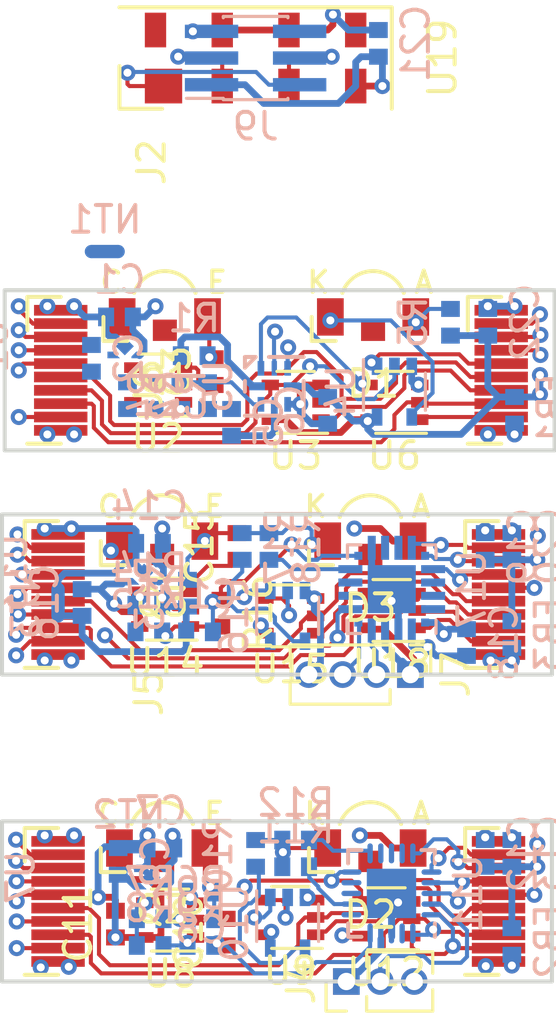
<source format=kicad_pcb>
(kicad_pcb (version 20171130) (host pcbnew 5.0.2-bee76a0~70~ubuntu18.04.1)
  (layers (0 F.Cu signal) (1 In1.Cu mixed) (2 In2.Cu mixed) (31 B.Cu signal) (34 B.Paste user) (35 F.Paste user) (36 B.SilkS user hide) (37 F.SilkS user hide) (38 B.Mask user) (39 F.Mask user) (44 Edge.Cuts user))
  (net 0 "")
  (net 1 GND)
  (net 2 +5V)
  (net 3 /Dual_FF_ADC/AVDD)
  (net 4 GNDA)
  (net 5 "Net-(C3-Pad2)")
  (net 6 "Net-(C3-Pad1)")
  (net 7 "Net-(C4-Pad1)")
  (net 8 "Net-(C8-Pad2)")
  (net 9 "Net-(C8-Pad1)")
  (net 10 /FF_Attiny416/AVDD)
  (net 11 "Net-(C10-Pad1)")
  (net 12 "Net-(C15-Pad1)")
  (net 13 "Net-(C15-Pad2)")
  (net 14 /FF_EFM8BB1/AVDD)
  (net 15 +3V3)
  (net 16 "Net-(D1-Pad2)")
  (net 17 "Net-(D1-Pad1)")
  (net 18 "Net-(D2-Pad1)")
  (net 19 "Net-(D3-Pad1)")
  (net 20 /Dual_FF_ADC/SDO)
  (net 21 /Dual_FF_ADC/SCLK)
  (net 22 /Dual_FF_ADC/SDI)
  (net 23 /Dual_FF_ADC/Blank)
  (net 24 /Dual_FF_ADC/Clk_L)
  (net 25 /Dual_FF_ADC/DL_IN)
  (net 26 /Dual_FF_ADC/Clk_S)
  (net 27 /Dual_FF_ADC/DS_IN)
  (net 28 /Dual_FF_ADC/DL_OUT)
  (net 29 /Dual_FF_ADC/DS_OUT)
  (net 30 /FF_Attiny416/DS_IN)
  (net 31 /FF_Attiny416/Clk_S)
  (net 32 /FF_Attiny416/DL_IN)
  (net 33 /FF_Attiny416/Clk_L)
  (net 34 /FF_Attiny416/Blank)
  (net 35 /FF_Attiny416/SDI)
  (net 36 /FF_Attiny416/SCLK)
  (net 37 /FF_Attiny416/SDO)
  (net 38 /FF_Attiny416/UPDI)
  (net 39 /FF_Attiny416/DL_OUT)
  (net 40 /FF_Attiny416/DS_OUT)
  (net 41 /FF_EFM8BB1/DS_IN)
  (net 42 /FF_EFM8BB1/Clk_S)
  (net 43 /FF_EFM8BB1/DL_IN)
  (net 44 /FF_EFM8BB1/Clk_L)
  (net 45 /FF_EFM8BB1/Blank)
  (net 46 /FF_EFM8BB1/SDI)
  (net 47 /FF_EFM8BB1/SCLK)
  (net 48 /FF_EFM8BB1/SDO)
  (net 49 /FF_EFM8BB1/C2CK)
  (net 50 /FF_EFM8BB1/C2D)
  (net 51 /FF_EFM8BB1/DS_OUT)
  (net 52 /FF_EFM8BB1/DL_OUT)
  (net 53 /Linear_image_sensor./SI)
  (net 54 /Linear_image_sensor./LS_CLK)
  (net 55 /Linear_image_sensor./AO)
  (net 56 "Net-(R2-Pad2)")
  (net 57 "Net-(R3-Pad1)")
  (net 58 "Net-(R7-Pad2)")
  (net 59 "Net-(R8-Pad1)")
  (net 60 "Net-(R11-Pad1)")
  (net 61 "Net-(R12-Pad1)")
  (net 62 "Net-(R14-Pad2)")
  (net 63 "Net-(R15-Pad1)")
  (net 64 "Net-(R18-Pad1)")
  (net 65 "Net-(FB1-Pad1)")
  (net 66 "Net-(FB2-Pad1)")
  (net 67 "Net-(FB3-Pad1)")
  (net 68 "Net-(R10-Pad2)")
  (net 69 "Net-(R17-Pad1)")
  (net 70 /FF_EFM8BB1/A_out)
  (module Roboy_mod:The_0402_FP (layer B.Cu) (at 95.7 99.6 180)
    (fp_text reference C1 (at 0 1.4 180) (layer B.SilkS) (effects (justify mirror)))
    (fp_text value 1u)
    (pad 2 smd rect (at 0.5 0 180) (size 0.6 0.7) (layers B.Cu B.Paste B.Mask) (net 1 GND))
    (pad 1 smd rect (at -0.5 0 180) (size 0.6 0.7) (layers B.Cu B.Paste B.Mask) (net 2 +5V))
  )
  (module Roboy_mod:The_0402_FP (layer B.Cu) (at 94.65 101.15 90)
    (fp_text reference C2 (at 0 1.4 90) (layer B.SilkS) (effects (justify mirror)))
    (fp_text value 1u)
    (pad 1 smd rect (at -0.5 0 90) (size 0.6 0.7) (layers B.Cu B.Paste B.Mask) (net 3 /Dual_FF_ADC/AVDD))
    (pad 2 smd rect (at 0.5 0 90) (size 0.6 0.7) (layers B.Cu B.Paste B.Mask) (net 4 GNDA))
  )
  (module Roboy_mod:The_0402_FP (layer F.Cu) (at 99.25 101.65 90)
    (fp_text reference C3 (at 0 -1.4 90) (layer F.SilkS))
    (fp_text value optional_0)
    (pad 2 smd rect (at 0.5 0 90) (size 0.6 0.7) (layers F.Cu F.Paste F.Mask) (net 5 "Net-(C3-Pad2)"))
    (pad 1 smd rect (at -0.5 0 90) (size 0.6 0.7) (layers F.Cu F.Paste F.Mask) (net 6 "Net-(C3-Pad1)"))
  )
  (module Roboy_mod:The_0402_FP (layer B.Cu) (at 99 102.55 270)
    (fp_text reference C4 (at 0 1.4 270) (layer B.SilkS) (effects (justify mirror)))
    (fp_text value 100p)
    (pad 1 smd rect (at -0.5 0 270) (size 0.6 0.7) (layers B.Cu B.Paste B.Mask) (net 7 "Net-(C4-Pad1)"))
    (pad 2 smd rect (at 0.5 0 270) (size 0.6 0.7) (layers B.Cu B.Paste B.Mask) (net 4 GNDA))
  )
  (module Roboy_mod:The_0402_FP (layer B.Cu) (at 99.9 103.55 90)
    (fp_text reference C5 (at 0 1.4 90) (layer B.SilkS) (effects (justify mirror)))
    (fp_text value 100n)
    (pad 2 smd rect (at 0.5 0 90) (size 0.6 0.7) (layers B.Cu B.Paste B.Mask) (net 4 GNDA))
    (pad 1 smd rect (at -0.5 0 90) (size 0.6 0.7) (layers B.Cu B.Paste B.Mask) (net 3 /Dual_FF_ADC/AVDD))
  )
  (module Roboy_mod:The_0402_FP (layer B.Cu) (at 103.5 103.1 270)
    (fp_text reference C6 (at 0 1.4 270) (layer B.SilkS) (effects (justify mirror)))
    (fp_text value 100n)
    (pad 1 smd rect (at -0.5 0 270) (size 0.6 0.7) (layers B.Cu B.Paste B.Mask) (net 2 +5V))
    (pad 2 smd rect (at 0.5 0 270) (size 0.6 0.7) (layers B.Cu B.Paste B.Mask) (net 1 GND))
  )
  (module Roboy_mod:The_0402_FP (layer B.Cu) (at 97.25 119.5 180)
    (fp_text reference C7 (at 0 1.4 180) (layer B.SilkS) (effects (justify mirror)))
    (fp_text value 1u)
    (pad 1 smd rect (at -0.5 0 180) (size 0.6 0.7) (layers B.Cu B.Paste B.Mask) (net 2 +5V))
    (pad 2 smd rect (at 0.5 0 180) (size 0.6 0.7) (layers B.Cu B.Paste B.Mask) (net 1 GND))
  )
  (module Roboy_mod:The_0402_FP (layer B.Cu) (at 98.75 121.15)
    (fp_text reference C8 (at 0 1.4) (layer B.SilkS) (effects (justify mirror)))
    (fp_text value optional_0)
    (pad 2 smd rect (at 0.5 0) (size 0.6 0.7) (layers B.Cu B.Paste B.Mask) (net 8 "Net-(C8-Pad2)"))
    (pad 1 smd rect (at -0.5 0) (size 0.6 0.7) (layers B.Cu B.Paste B.Mask) (net 9 "Net-(C8-Pad1)"))
  )
  (module Roboy_mod:The_0402_FP (layer B.Cu) (at 95.65 120 90)
    (fp_text reference C9 (at 0 1.4 90) (layer B.SilkS) (effects (justify mirror)))
    (fp_text value 1u)
    (pad 2 smd rect (at 0.5 0 90) (size 0.6 0.7) (layers B.Cu B.Paste B.Mask) (net 4 GNDA))
    (pad 1 smd rect (at -0.5 0 90) (size 0.6 0.7) (layers B.Cu B.Paste B.Mask) (net 10 /FF_Attiny416/AVDD))
  )
  (module Roboy_mod:The_0402_FP (layer F.Cu) (at 99.7 122.65 90)
    (fp_text reference C10 (at 0 -1.4 90) (layer F.SilkS))
    (fp_text value 100p)
    (pad 2 smd rect (at 0.5 0 90) (size 0.6 0.7) (layers F.Cu F.Paste F.Mask) (net 4 GNDA))
    (pad 1 smd rect (at -0.5 0 90) (size 0.6 0.7) (layers F.Cu F.Paste F.Mask) (net 11 "Net-(C10-Pad1)"))
  )
  (module Roboy_mod:The_0402_FP (layer F.Cu) (at 95.55 122.35 90)
    (fp_text reference C11 (at 0 -1.4 90) (layer F.SilkS))
    (fp_text value 100n)
    (pad 1 smd rect (at -0.5 0 90) (size 0.6 0.7) (layers F.Cu F.Paste F.Mask) (net 10 /FF_Attiny416/AVDD))
    (pad 2 smd rect (at 0.5 0 90) (size 0.6 0.7) (layers F.Cu F.Paste F.Mask) (net 4 GNDA))
  )
  (module Roboy_mod:The_0402_FP (layer B.Cu) (at 109.4 119.7 90)
    (fp_text reference C12 (at 0 1.4 90) (layer B.SilkS) (effects (justify mirror)))
    (fp_text value 1u)
    (pad 1 smd rect (at -0.5 0 90) (size 0.6 0.7) (layers B.Cu B.Paste B.Mask) (net 2 +5V))
    (pad 2 smd rect (at 0.5 0 90) (size 0.6 0.7) (layers B.Cu B.Paste B.Mask) (net 1 GND))
  )
  (module Roboy_mod:The_0402_FP (layer B.Cu) (at 110.4 119.7 90)
    (fp_text reference C13 (at 0 1.4 90) (layer B.SilkS) (effects (justify mirror)))
    (fp_text value 100n)
    (pad 2 smd rect (at 0.5 0 90) (size 0.6 0.7) (layers B.Cu B.Paste B.Mask) (net 1 GND))
    (pad 1 smd rect (at -0.5 0 90) (size 0.6 0.7) (layers B.Cu B.Paste B.Mask) (net 2 +5V))
  )
  (module Roboy_mod:The_0402_FP (layer B.Cu) (at 96.824138 108.082493 180)
    (fp_text reference C14 (at 0 1.4 180) (layer B.SilkS) (effects (justify mirror)))
    (fp_text value 1u)
    (pad 2 smd rect (at 0.5 0 180) (size 0.6 0.7) (layers B.Cu B.Paste B.Mask) (net 1 GND))
    (pad 1 smd rect (at -0.5 0 180) (size 0.6 0.7) (layers B.Cu B.Paste B.Mask) (net 2 +5V))
  )
  (module Roboy_mod:The_0402_FP (layer F.Cu) (at 100.1 108.2 90)
    (fp_text reference C15 (at 0 -1.4 90) (layer F.SilkS))
    (fp_text value optional_0)
    (pad 1 smd rect (at -0.5 0 90) (size 0.6 0.7) (layers F.Cu F.Paste F.Mask) (net 12 "Net-(C15-Pad1)"))
    (pad 2 smd rect (at 0.5 0 90) (size 0.6 0.7) (layers F.Cu F.Paste F.Mask) (net 13 "Net-(C15-Pad2)"))
  )
  (module Roboy_mod:The_0402_FP (layer B.Cu) (at 94.3 110.3 270)
    (fp_text reference C16 (at 0 1.4 270) (layer B.SilkS) (effects (justify mirror)))
    (fp_text value 1u)
    (pad 1 smd rect (at -0.5 0 270) (size 0.6 0.7) (layers B.Cu B.Paste B.Mask) (net 14 /FF_EFM8BB1/AVDD))
    (pad 2 smd rect (at 0.5 0 270) (size 0.6 0.7) (layers B.Cu B.Paste B.Mask) (net 4 GNDA))
  )
  (module Roboy_mod:The_0402_FP (layer B.Cu) (at 98.7 111.4 180)
    (fp_text reference C17 (at 0 1.4 180) (layer B.SilkS) (effects (justify mirror)))
    (fp_text value 100p)
    (pad 2 smd rect (at 0.5 0 180) (size 0.6 0.7) (layers B.Cu B.Paste B.Mask) (net 4 GNDA))
    (pad 1 smd rect (at -0.5 0 180) (size 0.6 0.7) (layers B.Cu B.Paste B.Mask) (net 70 /FF_EFM8BB1/A_out))
  )
  (module Roboy_mod:The_0402_FP (layer B.Cu) (at 108.7 111.8 90)
    (fp_text reference C18 (at 0 1.4 90) (layer B.SilkS) (effects (justify mirror)))
    (fp_text value 100n)
    (pad 2 smd rect (at 0.5 0 90) (size 0.6 0.7) (layers B.Cu B.Paste B.Mask) (net 4 GNDA))
    (pad 1 smd rect (at -0.5 0 90) (size 0.6 0.7) (layers B.Cu B.Paste B.Mask) (net 14 /FF_EFM8BB1/AVDD))
  )
  (module Roboy_mod:The_0402_FP (layer B.Cu) (at 109.4 108.2 90)
    (fp_text reference C19 (at 0 1.4 90) (layer B.SilkS) (effects (justify mirror)))
    (fp_text value 1u)
    (pad 1 smd rect (at -0.5 0 90) (size 0.6 0.7) (layers B.Cu B.Paste B.Mask) (net 2 +5V))
    (pad 2 smd rect (at 0.5 0 90) (size 0.6 0.7) (layers B.Cu B.Paste B.Mask) (net 1 GND))
  )
  (module Roboy_mod:The_0402_FP (layer B.Cu) (at 110.4 108.2 90)
    (fp_text reference C20 (at 0 1.4 90) (layer B.SilkS) (effects (justify mirror)))
    (fp_text value 100n)
    (pad 1 smd rect (at -0.5 0 90) (size 0.6 0.7) (layers B.Cu B.Paste B.Mask) (net 2 +5V))
    (pad 2 smd rect (at 0.5 0 90) (size 0.6 0.7) (layers B.Cu B.Paste B.Mask) (net 1 GND))
  )
  (module Roboy_mod:The_0402_FP (layer B.Cu) (at 105.4 89.35 90)
    (fp_text reference C21 (at 0 1.4 90) (layer B.SilkS) (effects (justify mirror)))
    (fp_text value 100n)
    (pad 2 smd rect (at 0.5 0 90) (size 0.6 0.7) (layers B.Cu B.Paste B.Mask) (net 4 GNDA))
    (pad 1 smd rect (at -0.5 0 90) (size 0.6 0.7) (layers B.Cu B.Paste B.Mask) (net 15 +3V3))
  )
  (module Roboy_mod:Everlight_3x2x1_side_lens_wide_LED (layer F.Cu) (at 105.2 99.6)
    (fp_text reference D1 (at 0 2.5) (layer F.SilkS))
    (fp_text value LED)
    (fp_text user K (at -2.05 -1.3) (layer F.SilkS) (effects (font (size 0.8 0.8))))
    (fp_text user A (at 1.9 -1.3) (layer F.SilkS) (effects (font (size 0.8 0.8))))
    (pad "" smd rect (at 0 0.5) (size 0.9 0.8) (layers F.Cu F.Paste F.Mask))
    (pad 2 smd rect (at 1.6 0) (size 1 1.4) (layers F.Cu F.Paste F.Mask) (net 16 "Net-(D1-Pad2)"))
    (pad 1 smd rect (at -1.6 0) (size 1 1.4) (layers F.Cu F.Paste F.Mask) (net 17 "Net-(D1-Pad1)"))
  )
  (module Roboy_mod:Everlight_3x2x1_side_lens_wide_LED (layer F.Cu) (at 105.1 119.5)
    (fp_text reference D2 (at 0 2.5) (layer F.SilkS))
    (fp_text value LED)
    (fp_text user K (at -2.05 -1.3) (layer F.SilkS) (effects (font (size 0.8 0.8))))
    (fp_text user A (at 1.9 -1.3) (layer F.SilkS) (effects (font (size 0.8 0.8))))
    (pad "" smd rect (at 0 0.5) (size 0.9 0.8) (layers F.Cu F.Paste F.Mask))
    (pad 2 smd rect (at 1.6 0) (size 1 1.4) (layers F.Cu F.Paste F.Mask) (net 2 +5V))
    (pad 1 smd rect (at -1.6 0) (size 1 1.4) (layers F.Cu F.Paste F.Mask) (net 18 "Net-(D2-Pad1)"))
  )
  (module Roboy_mod:Everlight_3x2x1_side_lens_wide_LED (layer F.Cu) (at 105.1 108)
    (fp_text reference D3 (at 0 2.5) (layer F.SilkS))
    (fp_text value LED)
    (fp_text user A (at 1.9 -1.3) (layer F.SilkS) (effects (font (size 0.8 0.8))))
    (fp_text user K (at -2.05 -1.3) (layer F.SilkS) (effects (font (size 0.8 0.8))))
    (pad 1 smd rect (at -1.6 0) (size 1 1.4) (layers F.Cu F.Paste F.Mask) (net 19 "Net-(D3-Pad1)"))
    (pad 2 smd rect (at 1.6 0) (size 1 1.4) (layers F.Cu F.Paste F.Mask) (net 2 +5V))
    (pad "" smd rect (at 0 0.5) (size 0.9 0.8) (layers F.Cu F.Paste F.Mask))
  )
  (module Roboy_mod:The_0402_FP (layer B.Cu) (at 110.5 103.1 90)
    (fp_text reference FB1 (at 0 1.4 90) (layer B.SilkS) (effects (justify mirror)))
    (fp_text value Ferrite_Bead)
    (pad 2 smd rect (at 0.5 0 90) (size 0.6 0.7) (layers B.Cu B.Paste B.Mask) (net 2 +5V))
    (pad 1 smd rect (at -0.5 0 90) (size 0.6 0.7) (layers B.Cu B.Paste B.Mask) (net 65 "Net-(FB1-Pad1)"))
  )
  (module Roboy_mod:The_0402_FP (layer B.Cu) (at 110.4 123 90)
    (fp_text reference FB2 (at 0 1.4 90) (layer B.SilkS) (effects (justify mirror)))
    (fp_text value Ferrite_Bead)
    (pad 1 smd rect (at -0.5 0 90) (size 0.6 0.7) (layers B.Cu B.Paste B.Mask) (net 66 "Net-(FB2-Pad1)"))
    (pad 2 smd rect (at 0.5 0 90) (size 0.6 0.7) (layers B.Cu B.Paste B.Mask) (net 2 +5V))
  )
  (module Roboy_mod:The_0402_FP (layer B.Cu) (at 110.4 111.5 90)
    (fp_text reference FB3 (at 0 1.4 90) (layer B.SilkS) (effects (justify mirror)))
    (fp_text value Ferrite_Bead)
    (pad 1 smd rect (at -0.5 0 90) (size 0.6 0.7) (layers B.Cu B.Paste B.Mask) (net 67 "Net-(FB3-Pad1)"))
    (pad 2 smd rect (at 0.5 0 90) (size 0.6 0.7) (layers B.Cu B.Paste B.Mask) (net 2 +5V))
  )
  (module Roboy_mod:FPC_0.5mmx10 (layer F.Cu) (at 110 101.6 90)
    (fp_text reference J1 (at 7.8 3.4 90) (layer F.SilkS))
    (fp_text value Conn_01x10_Female)
    (pad 10 smd rect (at 2.25 0 90) (size 0.4 2) (layers F.Cu F.Paste F.Mask) (net 1 GND))
    (pad 9 smd rect (at 1.75 0 90) (size 0.4 2) (layers F.Cu F.Paste F.Mask) (net 20 /Dual_FF_ADC/SDO))
    (pad 8 smd rect (at 1.25 0 90) (size 0.4 2) (layers F.Cu F.Paste F.Mask) (net 21 /Dual_FF_ADC/SCLK))
    (pad 7 smd rect (at 0.75 0 90) (size 0.4 2) (layers F.Cu F.Paste F.Mask) (net 22 /Dual_FF_ADC/SDI))
    (pad 6 smd rect (at 0.25 0 90) (size 0.4 2) (layers F.Cu F.Paste F.Mask) (net 23 /Dual_FF_ADC/Blank))
    (pad 5 smd rect (at -0.25 0 90) (size 0.4 2) (layers F.Cu F.Paste F.Mask) (net 24 /Dual_FF_ADC/Clk_L))
    (pad 4 smd rect (at -0.75 0 90) (size 0.4 2) (layers F.Cu F.Paste F.Mask) (net 25 /Dual_FF_ADC/DL_IN))
    (pad 3 smd rect (at -1.25 0 90) (size 0.4 2) (layers F.Cu F.Paste F.Mask) (net 26 /Dual_FF_ADC/Clk_S))
    (pad 2 smd rect (at -1.75 0 90) (size 0.4 2) (layers F.Cu F.Paste F.Mask) (net 27 /Dual_FF_ADC/DS_IN))
    (pad 1 smd rect (at -2.25 0 90) (size 0.4 2) (layers F.Cu F.Paste F.Mask) (net 65 "Net-(FB1-Pad1)"))
  )
  (module Roboy_mod:FPC_0.5mmx10 (layer F.Cu) (at 93.5 101.6 90)
    (fp_text reference J2 (at 7.8 3.4 90) (layer F.SilkS))
    (fp_text value Conn_01x10_Male)
    (pad 10 smd rect (at 2.25 0 90) (size 0.4 2) (layers F.Cu F.Paste F.Mask) (net 1 GND))
    (pad 9 smd rect (at 1.75 0 90) (size 0.4 2) (layers F.Cu F.Paste F.Mask) (net 20 /Dual_FF_ADC/SDO))
    (pad 8 smd rect (at 1.25 0 90) (size 0.4 2) (layers F.Cu F.Paste F.Mask) (net 21 /Dual_FF_ADC/SCLK))
    (pad 7 smd rect (at 0.75 0 90) (size 0.4 2) (layers F.Cu F.Paste F.Mask) (net 22 /Dual_FF_ADC/SDI))
    (pad 6 smd rect (at 0.25 0 90) (size 0.4 2) (layers F.Cu F.Paste F.Mask) (net 23 /Dual_FF_ADC/Blank))
    (pad 5 smd rect (at -0.25 0 90) (size 0.4 2) (layers F.Cu F.Paste F.Mask) (net 24 /Dual_FF_ADC/Clk_L))
    (pad 4 smd rect (at -0.75 0 90) (size 0.4 2) (layers F.Cu F.Paste F.Mask) (net 28 /Dual_FF_ADC/DL_OUT))
    (pad 3 smd rect (at -1.25 0 90) (size 0.4 2) (layers F.Cu F.Paste F.Mask) (net 26 /Dual_FF_ADC/Clk_S))
    (pad 2 smd rect (at -1.75 0 90) (size 0.4 2) (layers F.Cu F.Paste F.Mask) (net 29 /Dual_FF_ADC/DS_OUT))
    (pad 1 smd rect (at -2.25 0 90) (size 0.4 2) (layers F.Cu F.Paste F.Mask) (net 65 "Net-(FB1-Pad1)"))
  )
  (module Roboy_mod:FPC_0.5mmx10 (layer F.Cu) (at 109.9 121.5 90)
    (fp_text reference J3 (at 7.8 3.4 90) (layer F.SilkS))
    (fp_text value Conn_01x10_Female)
    (pad 1 smd rect (at -2.25 0 90) (size 0.4 2) (layers F.Cu F.Paste F.Mask) (net 66 "Net-(FB2-Pad1)"))
    (pad 2 smd rect (at -1.75 0 90) (size 0.4 2) (layers F.Cu F.Paste F.Mask) (net 30 /FF_Attiny416/DS_IN))
    (pad 3 smd rect (at -1.25 0 90) (size 0.4 2) (layers F.Cu F.Paste F.Mask) (net 31 /FF_Attiny416/Clk_S))
    (pad 4 smd rect (at -0.75 0 90) (size 0.4 2) (layers F.Cu F.Paste F.Mask) (net 32 /FF_Attiny416/DL_IN))
    (pad 5 smd rect (at -0.25 0 90) (size 0.4 2) (layers F.Cu F.Paste F.Mask) (net 33 /FF_Attiny416/Clk_L))
    (pad 6 smd rect (at 0.25 0 90) (size 0.4 2) (layers F.Cu F.Paste F.Mask) (net 34 /FF_Attiny416/Blank))
    (pad 7 smd rect (at 0.75 0 90) (size 0.4 2) (layers F.Cu F.Paste F.Mask) (net 35 /FF_Attiny416/SDI))
    (pad 8 smd rect (at 1.25 0 90) (size 0.4 2) (layers F.Cu F.Paste F.Mask) (net 36 /FF_Attiny416/SCLK))
    (pad 9 smd rect (at 1.75 0 90) (size 0.4 2) (layers F.Cu F.Paste F.Mask) (net 37 /FF_Attiny416/SDO))
    (pad 10 smd rect (at 2.25 0 90) (size 0.4 2) (layers F.Cu F.Paste F.Mask) (net 1 GND))
  )
  (module Connector_PinHeader_1.27mm:PinHeader_1x03_P1.27mm_Vertical (layer F.Cu) (at 104.2 124.5 90)
    (fp_text reference J4 (at 0 -1.695 90) (layer F.SilkS))
    (fp_text value Conn_01x03_Female)
    (pad 1 thru_hole rect (at 0 0 90) (size 1 1) (drill 0.65) (layers *.Cu *.Mask) (net 2 +5V))
    (pad 2 thru_hole oval (at 0 1.27 90) (size 1 1) (drill 0.65) (layers *.Cu *.Mask) (net 38 /FF_Attiny416/UPDI))
    (pad 3 thru_hole oval (at 0 2.54 90) (size 1 1) (drill 0.65) (layers *.Cu *.Mask) (net 1 GND))
  )
  (module Roboy_mod:FPC_0.5mmx10 (layer F.Cu) (at 93.4 121.5 90)
    (fp_text reference J5 (at 7.8 3.4 90) (layer F.SilkS))
    (fp_text value Conn_01x10_Male)
    (pad 10 smd rect (at 2.25 0 90) (size 0.4 2) (layers F.Cu F.Paste F.Mask) (net 1 GND))
    (pad 9 smd rect (at 1.75 0 90) (size 0.4 2) (layers F.Cu F.Paste F.Mask) (net 37 /FF_Attiny416/SDO))
    (pad 8 smd rect (at 1.25 0 90) (size 0.4 2) (layers F.Cu F.Paste F.Mask) (net 36 /FF_Attiny416/SCLK))
    (pad 7 smd rect (at 0.75 0 90) (size 0.4 2) (layers F.Cu F.Paste F.Mask) (net 35 /FF_Attiny416/SDI))
    (pad 6 smd rect (at 0.25 0 90) (size 0.4 2) (layers F.Cu F.Paste F.Mask) (net 34 /FF_Attiny416/Blank))
    (pad 5 smd rect (at -0.25 0 90) (size 0.4 2) (layers F.Cu F.Paste F.Mask) (net 33 /FF_Attiny416/Clk_L))
    (pad 4 smd rect (at -0.75 0 90) (size 0.4 2) (layers F.Cu F.Paste F.Mask) (net 39 /FF_Attiny416/DL_OUT))
    (pad 3 smd rect (at -1.25 0 90) (size 0.4 2) (layers F.Cu F.Paste F.Mask) (net 31 /FF_Attiny416/Clk_S))
    (pad 2 smd rect (at -1.75 0 90) (size 0.4 2) (layers F.Cu F.Paste F.Mask) (net 40 /FF_Attiny416/DS_OUT))
    (pad 1 smd rect (at -2.25 0 90) (size 0.4 2) (layers F.Cu F.Paste F.Mask) (net 66 "Net-(FB2-Pad1)"))
  )
  (module Roboy_mod:FPC_0.5mmx10 (layer F.Cu) (at 109.9 110 90)
    (fp_text reference J6 (at 7.8 3.4 90) (layer F.SilkS))
    (fp_text value Conn_01x10_Female)
    (pad 1 smd rect (at -2.25 0 90) (size 0.4 2) (layers F.Cu F.Paste F.Mask) (net 67 "Net-(FB3-Pad1)"))
    (pad 2 smd rect (at -1.75 0 90) (size 0.4 2) (layers F.Cu F.Paste F.Mask) (net 41 /FF_EFM8BB1/DS_IN))
    (pad 3 smd rect (at -1.25 0 90) (size 0.4 2) (layers F.Cu F.Paste F.Mask) (net 42 /FF_EFM8BB1/Clk_S))
    (pad 4 smd rect (at -0.75 0 90) (size 0.4 2) (layers F.Cu F.Paste F.Mask) (net 43 /FF_EFM8BB1/DL_IN))
    (pad 5 smd rect (at -0.25 0 90) (size 0.4 2) (layers F.Cu F.Paste F.Mask) (net 44 /FF_EFM8BB1/Clk_L))
    (pad 6 smd rect (at 0.25 0 90) (size 0.4 2) (layers F.Cu F.Paste F.Mask) (net 45 /FF_EFM8BB1/Blank))
    (pad 7 smd rect (at 0.75 0 90) (size 0.4 2) (layers F.Cu F.Paste F.Mask) (net 46 /FF_EFM8BB1/SDI))
    (pad 8 smd rect (at 1.25 0 90) (size 0.4 2) (layers F.Cu F.Paste F.Mask) (net 47 /FF_EFM8BB1/SCLK))
    (pad 9 smd rect (at 1.75 0 90) (size 0.4 2) (layers F.Cu F.Paste F.Mask) (net 48 /FF_EFM8BB1/SDO))
    (pad 10 smd rect (at 2.25 0 90) (size 0.4 2) (layers F.Cu F.Paste F.Mask) (net 1 GND))
  )
  (module Connector_PinHeader_1.27mm:PinHeader_1x04_P1.27mm_Vertical (layer F.Cu) (at 106.6 113 270)
    (fp_text reference J7 (at 0 -1.695 270) (layer F.SilkS))
    (fp_text value Conn_01x04_Female)
    (pad 1 thru_hole rect (at 0 0 270) (size 1 1) (drill 0.65) (layers *.Cu *.Mask) (net 2 +5V))
    (pad 2 thru_hole oval (at 0 1.27 270) (size 1 1) (drill 0.65) (layers *.Cu *.Mask) (net 49 /FF_EFM8BB1/C2CK))
    (pad 3 thru_hole oval (at 0 2.54 270) (size 1 1) (drill 0.65) (layers *.Cu *.Mask) (net 50 /FF_EFM8BB1/C2D))
    (pad 4 thru_hole oval (at 0 3.81 270) (size 1 1) (drill 0.65) (layers *.Cu *.Mask) (net 1 GND))
  )
  (module Roboy_mod:FPC_0.5mmx10 (layer F.Cu) (at 93.4 110 90)
    (fp_text reference J8 (at 7.8 3.4 90) (layer F.SilkS))
    (fp_text value Conn_01x10_Male)
    (pad 1 smd rect (at -2.25 0 90) (size 0.4 2) (layers F.Cu F.Paste F.Mask) (net 67 "Net-(FB3-Pad1)"))
    (pad 2 smd rect (at -1.75 0 90) (size 0.4 2) (layers F.Cu F.Paste F.Mask) (net 51 /FF_EFM8BB1/DS_OUT))
    (pad 3 smd rect (at -1.25 0 90) (size 0.4 2) (layers F.Cu F.Paste F.Mask) (net 42 /FF_EFM8BB1/Clk_S))
    (pad 4 smd rect (at -0.75 0 90) (size 0.4 2) (layers F.Cu F.Paste F.Mask) (net 52 /FF_EFM8BB1/DL_OUT))
    (pad 5 smd rect (at -0.25 0 90) (size 0.4 2) (layers F.Cu F.Paste F.Mask) (net 44 /FF_EFM8BB1/Clk_L))
    (pad 6 smd rect (at 0.25 0 90) (size 0.4 2) (layers F.Cu F.Paste F.Mask) (net 45 /FF_EFM8BB1/Blank))
    (pad 7 smd rect (at 0.75 0 90) (size 0.4 2) (layers F.Cu F.Paste F.Mask) (net 46 /FF_EFM8BB1/SDI))
    (pad 8 smd rect (at 1.25 0 90) (size 0.4 2) (layers F.Cu F.Paste F.Mask) (net 47 /FF_EFM8BB1/SCLK))
    (pad 9 smd rect (at 1.75 0 90) (size 0.4 2) (layers F.Cu F.Paste F.Mask) (net 48 /FF_EFM8BB1/SDO))
    (pad 10 smd rect (at 2.25 0 90) (size 0.4 2) (layers F.Cu F.Paste F.Mask) (net 1 GND))
  )
  (module Connector_PinHeader_1.00mm:PinHeader_2x03_P1.00mm_Vertical_SMD (layer B.Cu) (at 100.8 89.9)
    (fp_text reference J9 (at 0 2.56) (layer B.SilkS) (effects (justify mirror)))
    (fp_text value Conn_01x05_Female)
    (pad 1 smd rect (at -1.65 1) (size 2 0.5) (layers B.Cu B.Paste B.Mask) (net 15 +3V3))
    (pad 2 smd rect (at 1.65 1) (size 2 0.5) (layers B.Cu B.Paste B.Mask) (net 53 /Linear_image_sensor./SI))
    (pad 3 smd rect (at -1.65 0) (size 2 0.5) (layers B.Cu B.Paste B.Mask) (net 54 /Linear_image_sensor./LS_CLK))
    (pad 4 smd rect (at 1.65 0) (size 2 0.5) (layers B.Cu B.Paste B.Mask) (net 55 /Linear_image_sensor./AO))
    (pad 5 smd rect (at -1.65 -1) (size 2 0.5) (layers B.Cu B.Paste B.Mask) (net 4 GNDA))
    (pad 6 smd rect (at 1.65 -1) (size 2 0.5) (layers B.Cu B.Paste B.Mask))
  )
  (module NetTie:NetTie-2_SMD_Pad0.5mm (layer B.Cu) (at 95.15 97.15 180)
    (fp_text reference NT1 (at 0 1.2 180) (layer B.SilkS) (effects (justify mirror)))
    (fp_text value Net-Tie_2)
    (fp_poly (pts (xy -0.5 0.25) (xy 0.5 0.25) (xy 0.5 -0.25) (xy -0.5 -0.25)) (layer B.Cu) (width 0))
    (pad 2 smd circle (at 0.5 0 180) (size 0.5 0.5) (layers B.Cu) (net 4 GNDA))
    (pad 1 smd circle (at -0.5 0 180) (size 0.5 0.5) (layers B.Cu) (net 1 GND))
  )
  (module NetTie:NetTie-2_SMD_Pad0.5mm (layer B.Cu) (at 96.05 119.45 180)
    (fp_text reference NT2 (at 0 1.2 180) (layer B.SilkS) (effects (justify mirror)))
    (fp_text value Net-Tie_2)
    (fp_poly (pts (xy -0.5 0.25) (xy 0.5 0.25) (xy 0.5 -0.25) (xy -0.5 -0.25)) (layer B.Cu) (width 0))
    (pad 1 smd circle (at -0.5 0 180) (size 0.5 0.5) (layers B.Cu) (net 1 GND))
    (pad 2 smd circle (at 0.5 0 180) (size 0.5 0.5) (layers B.Cu) (net 4 GNDA))
  )
  (module NetTie:NetTie-2_SMD_Pad0.5mm (layer B.Cu) (at 93.4 110.3 270)
    (fp_text reference NT3 (at 0 1.2 270) (layer B.SilkS) (effects (justify mirror)))
    (fp_text value Net-Tie_2)
    (fp_poly (pts (xy -0.5 0.25) (xy 0.5 0.25) (xy 0.5 -0.25) (xy -0.5 -0.25)) (layer B.Cu) (width 0))
    (pad 1 smd circle (at -0.5 0 270) (size 0.5 0.5) (layers B.Cu) (net 1 GND))
    (pad 2 smd circle (at 0.5 0 270) (size 0.5 0.5) (layers B.Cu) (net 4 GNDA))
  )
  (module Roboy_mod:Everlight_3x2x1_side_lens_wide_Phototransistor (layer F.Cu) (at 97.4 99.6)
    (fp_text reference Q1 (at 0 2.3) (layer F.SilkS))
    (fp_text value Q_Photo_NPN)
    (fp_text user C (at -2 -1.3) (layer F.SilkS) (effects (font (size 0.8 0.8))))
    (fp_text user E (at 1.95 -1.3) (layer F.SilkS) (effects (font (size 0.8 0.8))))
    (pad "" smd rect (at 0 0.5) (size 0.9 0.8) (layers F.Cu F.Paste F.Mask))
    (pad 2 smd rect (at 1.6 0) (size 1 1.4) (layers F.Cu F.Paste F.Mask) (net 5 "Net-(C3-Pad2)"))
    (pad 1 smd rect (at -1.6 0) (size 1 1.4) (layers F.Cu F.Paste F.Mask) (net 3 /Dual_FF_ADC/AVDD))
  )
  (module Roboy_mod:Everlight_3x2x1_side_lens_wide_Phototransistor (layer F.Cu) (at 97.3 119.5)
    (fp_text reference Q2 (at 0 2.3) (layer F.SilkS))
    (fp_text value Q_Photo_NPN)
    (fp_text user C (at -2 -1.3) (layer F.SilkS) (effects (font (size 0.8 0.8))))
    (fp_text user E (at 1.95 -1.3) (layer F.SilkS) (effects (font (size 0.8 0.8))))
    (pad "" smd rect (at 0 0.5) (size 0.9 0.8) (layers F.Cu F.Paste F.Mask))
    (pad 2 smd rect (at 1.6 0) (size 1 1.4) (layers F.Cu F.Paste F.Mask) (net 8 "Net-(C8-Pad2)"))
    (pad 1 smd rect (at -1.6 0) (size 1 1.4) (layers F.Cu F.Paste F.Mask) (net 10 /FF_Attiny416/AVDD))
  )
  (module Roboy_mod:Everlight_3x2x1_side_lens_wide_Phototransistor (layer F.Cu) (at 97.3 108)
    (fp_text reference Q3 (at 0 2.3) (layer F.SilkS))
    (fp_text value Q_Photo_NPN)
    (fp_text user E (at 1.95 -1.3) (layer F.SilkS) (effects (font (size 0.8 0.8))))
    (fp_text user C (at -2 -1.3) (layer F.SilkS) (effects (font (size 0.8 0.8))))
    (pad 1 smd rect (at -1.6 0) (size 1 1.4) (layers F.Cu F.Paste F.Mask) (net 14 /FF_EFM8BB1/AVDD))
    (pad 2 smd rect (at 1.6 0) (size 1 1.4) (layers F.Cu F.Paste F.Mask) (net 13 "Net-(C15-Pad2)"))
    (pad "" smd rect (at 0 0.5) (size 0.9 0.8) (layers F.Cu F.Paste F.Mask))
  )
  (module Roboy_mod:The_0402_FP (layer B.Cu) (at 98.5 101.05 180)
    (fp_text reference R1 (at 0 1.4 180) (layer B.SilkS) (effects (justify mirror)))
    (fp_text value 10k)
    (pad 2 smd rect (at 0.5 0 180) (size 0.6 0.7) (layers B.Cu B.Paste B.Mask) (net 4 GNDA))
    (pad 1 smd rect (at -0.5 0 180) (size 0.6 0.7) (layers B.Cu B.Paste B.Mask) (net 5 "Net-(C3-Pad2)"))
  )
  (module Roboy_mod:The_0402_FP (layer B.Cu) (at 96 102.55 90)
    (fp_text reference R2 (at 0 1.4 90) (layer B.SilkS) (effects (justify mirror)))
    (fp_text value optional)
    (pad 1 smd rect (at -0.5 0 90) (size 0.6 0.7) (layers B.Cu B.Paste B.Mask) (net 4 GNDA))
    (pad 2 smd rect (at 0.5 0 90) (size 0.6 0.7) (layers B.Cu B.Paste B.Mask) (net 56 "Net-(R2-Pad2)"))
  )
  (module Roboy_mod:The_0402_FP (layer B.Cu) (at 97 102.55 90)
    (fp_text reference R3 (at 0 1.4 90) (layer B.SilkS) (effects (justify mirror)))
    (fp_text value optional_0)
    (pad 1 smd rect (at -0.5 0 90) (size 0.6 0.7) (layers B.Cu B.Paste B.Mask) (net 57 "Net-(R3-Pad1)"))
    (pad 2 smd rect (at 0.5 0 90) (size 0.6 0.7) (layers B.Cu B.Paste B.Mask) (net 56 "Net-(R2-Pad2)"))
  )
  (module Roboy_mod:The_0402_FP (layer B.Cu) (at 98 102.55 270)
    (fp_text reference R4 (at 0 1.4 270) (layer B.SilkS) (effects (justify mirror)))
    (fp_text value 1k)
    (pad 2 smd rect (at 0.5 0 270) (size 0.6 0.7) (layers B.Cu B.Paste B.Mask) (net 57 "Net-(R3-Pad1)"))
    (pad 1 smd rect (at -0.5 0 270) (size 0.6 0.7) (layers B.Cu B.Paste B.Mask) (net 7 "Net-(C4-Pad1)"))
  )
  (module Roboy_mod:The_0402_FP (layer B.Cu) (at 108.1 99.8 270)
    (fp_text reference R5 (at 0 1.4 270) (layer B.SilkS) (effects (justify mirror)))
    (fp_text value 1k)
    (pad 1 smd rect (at -0.5 0 270) (size 0.6 0.7) (layers B.Cu B.Paste B.Mask) (net 16 "Net-(D1-Pad2)"))
    (pad 2 smd rect (at 0.5 0 270) (size 0.6 0.7) (layers B.Cu B.Paste B.Mask) (net 2 +5V))
  )
  (module Roboy_mod:The_0402_FP (layer B.Cu) (at 98.75 122.15 180)
    (fp_text reference R6 (at 0 1.4 180) (layer B.SilkS) (effects (justify mirror)))
    (fp_text value 10k)
    (pad 2 smd rect (at 0.5 0 180) (size 0.6 0.7) (layers B.Cu B.Paste B.Mask) (net 4 GNDA))
    (pad 1 smd rect (at -0.5 0 180) (size 0.6 0.7) (layers B.Cu B.Paste B.Mask) (net 8 "Net-(C8-Pad2)"))
  )
  (module Roboy_mod:The_0402_FP (layer B.Cu) (at 96.85 122.15 180)
    (fp_text reference R7 (at 0 1.4 180) (layer B.SilkS) (effects (justify mirror)))
    (fp_text value optional)
    (pad 1 smd rect (at -0.5 0 180) (size 0.6 0.7) (layers B.Cu B.Paste B.Mask) (net 4 GNDA))
    (pad 2 smd rect (at 0.5 0 180) (size 0.6 0.7) (layers B.Cu B.Paste B.Mask) (net 58 "Net-(R7-Pad2)"))
  )
  (module Roboy_mod:The_0402_FP (layer B.Cu) (at 96.85 123.15 180)
    (fp_text reference R8 (at 0 1.4 180) (layer B.SilkS) (effects (justify mirror)))
    (fp_text value optional_0)
    (pad 2 smd rect (at 0.5 0 180) (size 0.6 0.7) (layers B.Cu B.Paste B.Mask) (net 58 "Net-(R7-Pad2)"))
    (pad 1 smd rect (at -0.5 0 180) (size 0.6 0.7) (layers B.Cu B.Paste B.Mask) (net 59 "Net-(R8-Pad1)"))
  )
  (module Roboy_mod:The_0402_FP (layer B.Cu) (at 98.75 123.15 180)
    (fp_text reference R9 (at 0 1.4 180) (layer B.SilkS) (effects (justify mirror)))
    (fp_text value 1k)
    (pad 1 smd rect (at -0.5 0 180) (size 0.6 0.7) (layers B.Cu B.Paste B.Mask) (net 11 "Net-(C10-Pad1)"))
    (pad 2 smd rect (at 0.5 0 180) (size 0.6 0.7) (layers B.Cu B.Paste B.Mask) (net 59 "Net-(R8-Pad1)"))
  )
  (module Roboy_mod:The_0402_FP (layer B.Cu) (at 100.8 119.7 270)
    (fp_text reference R10 (at 0 1.4 270) (layer B.SilkS) (effects (justify mirror)))
    (fp_text value 1k)
    (pad 1 smd rect (at -0.5 0 270) (size 0.6 0.7) (layers B.Cu B.Paste B.Mask) (net 18 "Net-(D2-Pad1)"))
    (pad 2 smd rect (at 0.5 0 270) (size 0.6 0.7) (layers B.Cu B.Paste B.Mask) (net 68 "Net-(R10-Pad2)"))
  )
  (module Roboy_mod:The_0402_FP (layer B.Cu) (at 102.3 120.2 180)
    (fp_text reference R11 (at 0 1.4 180) (layer B.SilkS) (effects (justify mirror)))
    (fp_text value 1k)
    (pad 2 smd rect (at 0.5 0 180) (size 0.6 0.7) (layers B.Cu B.Paste B.Mask) (net 18 "Net-(D2-Pad1)"))
    (pad 1 smd rect (at -0.5 0 180) (size 0.6 0.7) (layers B.Cu B.Paste B.Mask) (net 60 "Net-(R11-Pad1)"))
  )
  (module Roboy_mod:The_0402_FP (layer B.Cu) (at 102.3 119.2 180)
    (fp_text reference R12 (at 0 1.4 180) (layer B.SilkS) (effects (justify mirror)))
    (fp_text value 1k)
    (pad 1 smd rect (at -0.5 0 180) (size 0.6 0.7) (layers B.Cu B.Paste B.Mask) (net 61 "Net-(R12-Pad1)"))
    (pad 2 smd rect (at 0.5 0 180) (size 0.6 0.7) (layers B.Cu B.Paste B.Mask) (net 18 "Net-(D2-Pad1)"))
  )
  (module Roboy_mod:The_0402_FP (layer B.Cu) (at 98.25 109.95 270)
    (fp_text reference R13 (at 0 1.4 270) (layer B.SilkS) (effects (justify mirror)))
    (fp_text value 10k)
    (pad 2 smd rect (at 0.5 0 270) (size 0.6 0.7) (layers B.Cu B.Paste B.Mask) (net 4 GNDA))
    (pad 1 smd rect (at -0.5 0 270) (size 0.6 0.7) (layers B.Cu B.Paste B.Mask) (net 13 "Net-(C15-Pad2)"))
  )
  (module Roboy_mod:The_0402_FP (layer B.Cu) (at 96.8 110.4 180)
    (fp_text reference R14 (at 0 1.4 180) (layer B.SilkS) (effects (justify mirror)))
    (fp_text value optional)
    (pad 2 smd rect (at 0.5 0 180) (size 0.6 0.7) (layers B.Cu B.Paste B.Mask) (net 62 "Net-(R14-Pad2)"))
    (pad 1 smd rect (at -0.5 0 180) (size 0.6 0.7) (layers B.Cu B.Paste B.Mask) (net 4 GNDA))
  )
  (module Roboy_mod:The_0402_FP (layer B.Cu) (at 96.8 111.4 180)
    (fp_text reference R15 (at 0 1.4 180) (layer B.SilkS) (effects (justify mirror)))
    (fp_text value optional_0)
    (pad 1 smd rect (at -0.5 0 180) (size 0.6 0.7) (layers B.Cu B.Paste B.Mask) (net 63 "Net-(R15-Pad1)"))
    (pad 2 smd rect (at 0.5 0 180) (size 0.6 0.7) (layers B.Cu B.Paste B.Mask) (net 62 "Net-(R14-Pad2)"))
  )
  (module Roboy_mod:The_0402_FP (layer F.Cu) (at 99.5 110.7 270)
    (fp_text reference R16 (at 0 -1.4 270) (layer F.SilkS))
    (fp_text value 1k)
    (pad 2 smd rect (at 0.5 0 270) (size 0.6 0.7) (layers F.Cu F.Paste F.Mask) (net 63 "Net-(R15-Pad1)"))
    (pad 1 smd rect (at -0.5 0 270) (size 0.6 0.7) (layers F.Cu F.Paste F.Mask) (net 70 /FF_EFM8BB1/A_out))
  )
  (module Roboy_mod:The_0402_FP (layer B.Cu) (at 100.3 108.2 90)
    (fp_text reference R17 (at 0 1.4 90) (layer B.SilkS) (effects (justify mirror)))
    (fp_text value 1k)
    (pad 2 smd rect (at 0.5 0 90) (size 0.6 0.7) (layers B.Cu B.Paste B.Mask) (net 19 "Net-(D3-Pad1)"))
    (pad 1 smd rect (at -0.5 0 90) (size 0.6 0.7) (layers B.Cu B.Paste B.Mask) (net 69 "Net-(R17-Pad1)"))
  )
  (module Roboy_mod:The_0402_FP (layer B.Cu) (at 101.3 108.2 90)
    (fp_text reference R18 (at 0 1.4 90) (layer B.SilkS) (effects (justify mirror)))
    (fp_text value 1k)
    (pad 2 smd rect (at 0.5 0 90) (size 0.6 0.7) (layers B.Cu B.Paste B.Mask) (net 19 "Net-(D3-Pad1)"))
    (pad 1 smd rect (at -0.5 0 90) (size 0.6 0.7) (layers B.Cu B.Paste B.Mask) (net 64 "Net-(R18-Pad1)"))
  )
  (module Roboy_mod:4-DFN (layer B.Cu) (at 95.9 100.7 90)
    (fp_text reference U1 (at 0 -4.9 90) (layer B.SilkS) (effects (justify mirror)))
    (fp_text value MIC5317-3.3YMT-TZ)
    (pad 4 smd custom (at -0.35 0.55 90) (size 0.2 0.2) (layers B.Cu B.Paste B.Mask) (net 2 +5V) (options (clearance outline) (anchor rect)) (primitives (gr_poly (pts (xy -0.1 0.1) (xy 0.15 0.1) (xy 0.15 -0.12) (xy -0.03 -0.3) (xy -0.1 -0.3)) (width 0))))
    (pad 5 smd custom (at 0 0 45) (size 0.48 0.48) (layers B.Cu B.Paste B.Mask) (net 1 GND) (options (clearance outline) (anchor rect)) (primitives))
    (pad 2 smd custom (at 0.35 -0.55 270) (size 0.2 0.2) (layers B.Cu B.Paste B.Mask) (net 1 GND) (options (clearance outline) (anchor rect)) (primitives (gr_poly (pts (xy -0.1 0.1) (xy 0.15 0.1) (xy 0.15 -0.12) (xy -0.03 -0.3) (xy -0.1 -0.3)) (width 0))))
    (pad 3 smd custom (at 0.35 0.55 90) (size 0.2 0.2) (layers B.Cu B.Paste B.Mask) (net 2 +5V) (options (clearance outline) (anchor rect)) (primitives (gr_poly (pts (xy 0.1 0.1) (xy -0.15 0.1) (xy -0.15 -0.12) (xy 0.03 -0.3) (xy 0.1 -0.3)) (width 0))))
    (pad 1 smd custom (at -0.35 -0.55 270) (size 0.2 0.2) (layers B.Cu B.Paste B.Mask) (net 3 /Dual_FF_ADC/AVDD) (options (clearance outline) (anchor rect)) (primitives (gr_poly (pts (xy 0.1 0.1) (xy -0.15 0.1) (xy -0.15 -0.12) (xy 0.1 -0.37)) (width 0))))
  )
  (module Package_TO_SOT_SMD:SOT-353_SC-70-5 (layer F.Cu) (at 97.15 102.15 180)
    (fp_text reference U2 (at 0 -2 180) (layer F.SilkS))
    (fp_text value OPA340NA)
    (pad 1 smd rect (at -0.95 -0.65 180) (size 0.65 0.4) (layers F.Cu F.Paste F.Mask) (net 57 "Net-(R3-Pad1)"))
    (pad 3 smd rect (at -0.95 0.65 180) (size 0.65 0.4) (layers F.Cu F.Paste F.Mask) (net 6 "Net-(C3-Pad1)"))
    (pad 2 smd rect (at -0.95 0 180) (size 0.65 0.4) (layers F.Cu F.Paste F.Mask) (net 4 GNDA))
    (pad 4 smd rect (at 0.95 0.65 180) (size 0.65 0.4) (layers F.Cu F.Paste F.Mask) (net 56 "Net-(R2-Pad2)"))
    (pad 5 smd rect (at 0.95 -0.65 180) (size 0.65 0.4) (layers F.Cu F.Paste F.Mask) (net 3 /Dual_FF_ADC/AVDD))
  )
  (module Package_TO_SOT_SMD:SOT-353_SC-70-5 (layer F.Cu) (at 102.3 102.8 180)
    (fp_text reference U3 (at 0 -2 180) (layer F.SilkS))
    (fp_text value 74LVC1G79)
    (pad 5 smd rect (at 0.95 -0.65 180) (size 0.65 0.4) (layers F.Cu F.Paste F.Mask) (net 2 +5V))
    (pad 4 smd rect (at 0.95 0.65 180) (size 0.65 0.4) (layers F.Cu F.Paste F.Mask) (net 28 /Dual_FF_ADC/DL_OUT))
    (pad 2 smd rect (at -0.95 0 180) (size 0.65 0.4) (layers F.Cu F.Paste F.Mask) (net 24 /Dual_FF_ADC/Clk_L))
    (pad 3 smd rect (at -0.95 0.65 180) (size 0.65 0.4) (layers F.Cu F.Paste F.Mask) (net 1 GND))
    (pad 1 smd rect (at -0.95 -0.65 180) (size 0.65 0.4) (layers F.Cu F.Paste F.Mask) (net 25 /Dual_FF_ADC/DL_IN))
  )
  (module Package_TO_SOT_SMD:SOT-353_SC-70-5 (layer B.Cu) (at 106 102.4 270)
    (fp_text reference U4 (at 0 2 270) (layer B.SilkS) (effects (justify mirror)))
    (fp_text value 74LVC1G125)
    (pad 1 smd rect (at -0.95 0.65 270) (size 0.65 0.4) (layers B.Cu B.Paste B.Mask) (net 23 /Dual_FF_ADC/Blank))
    (pad 3 smd rect (at -0.95 -0.65 270) (size 0.65 0.4) (layers B.Cu B.Paste B.Mask) (net 1 GND))
    (pad 2 smd rect (at -0.95 0 270) (size 0.65 0.4) (layers B.Cu B.Paste B.Mask) (net 28 /Dual_FF_ADC/DL_OUT))
    (pad 4 smd rect (at 0.95 -0.65 270) (size 0.65 0.4) (layers B.Cu B.Paste B.Mask) (net 17 "Net-(D1-Pad1)"))
    (pad 5 smd rect (at 0.95 0.65 270) (size 0.65 0.4) (layers B.Cu B.Paste B.Mask) (net 2 +5V))
  )
  (module Roboy_mod:X2QFN-8 (layer B.Cu) (at 101.5 102.2 270)
    (fp_text reference U5 (at 0 2.1 270) (layer B.SilkS) (effects (justify mirror)))
    (fp_text value ADS7042)
    (pad 1 smd rect (at -0.675 0.5 270) (size 0.55 0.25) (layers B.Cu B.Paste B.Mask) (net 29 /Dual_FF_ADC/DS_OUT))
    (pad 7 smd rect (at 0.675 0.5 270) (size 0.55 0.25) (layers B.Cu B.Paste B.Mask) (net 7 "Net-(C4-Pad1)"))
    (pad 3 smd rect (at -0.675 -0.5 270) (size 0.55 0.25) (layers B.Cu B.Paste B.Mask) (net 21 /Dual_FF_ADC/SCLK))
    (pad 5 smd rect (at 0.675 -0.5 270) (size 0.55 0.25) (layers B.Cu B.Paste B.Mask) (net 1 GND))
    (pad 2 smd rect (at -0.675 0 270) (size 0.55 0.2) (layers B.Cu B.Paste B.Mask) (net 20 /Dual_FF_ADC/SDO))
    (pad 6 smd rect (at 0.675 0 270) (size 0.55 0.2) (layers B.Cu B.Paste B.Mask) (net 3 /Dual_FF_ADC/AVDD))
    (pad 4 smd rect (at 0 -0.65 270) (size 0.3 0.6) (layers B.Cu B.Paste B.Mask) (net 2 +5V))
    (pad 8 smd rect (at 0 0.65 270) (size 0.3 0.6) (layers B.Cu B.Paste B.Mask) (net 4 GNDA))
  )
  (module Package_TO_SOT_SMD:SOT-353_SC-70-5 (layer F.Cu) (at 106 102.8 180)
    (fp_text reference U6 (at 0 -2 180) (layer F.SilkS))
    (fp_text value 74LVC1G79)
    (pad 5 smd rect (at 0.95 -0.65 180) (size 0.65 0.4) (layers F.Cu F.Paste F.Mask) (net 2 +5V))
    (pad 4 smd rect (at 0.95 0.65 180) (size 0.65 0.4) (layers F.Cu F.Paste F.Mask) (net 29 /Dual_FF_ADC/DS_OUT))
    (pad 2 smd rect (at -0.95 0 180) (size 0.65 0.4) (layers F.Cu F.Paste F.Mask) (net 26 /Dual_FF_ADC/Clk_S))
    (pad 3 smd rect (at -0.95 0.65 180) (size 0.65 0.4) (layers F.Cu F.Paste F.Mask) (net 1 GND))
    (pad 1 smd rect (at -0.95 -0.65 180) (size 0.65 0.4) (layers F.Cu F.Paste F.Mask) (net 27 /Dual_FF_ADC/DS_IN))
  )
  (module Roboy_mod:4-DFN (layer B.Cu) (at 96.9 120.6 90)
    (fp_text reference U7 (at 0 -4.9 90) (layer B.SilkS) (effects (justify mirror)))
    (fp_text value MIC5317-3.3YMT-TZ)
    (pad 1 smd custom (at -0.35 -0.55 270) (size 0.2 0.2) (layers B.Cu B.Paste B.Mask) (net 10 /FF_Attiny416/AVDD) (options (clearance outline) (anchor rect)) (primitives (gr_poly (pts (xy 0.1 0.1) (xy -0.15 0.1) (xy -0.15 -0.12) (xy 0.1 -0.37)) (width 0))))
    (pad 3 smd custom (at 0.35 0.55 90) (size 0.2 0.2) (layers B.Cu B.Paste B.Mask) (net 2 +5V) (options (clearance outline) (anchor rect)) (primitives (gr_poly (pts (xy 0.1 0.1) (xy -0.15 0.1) (xy -0.15 -0.12) (xy 0.03 -0.3) (xy 0.1 -0.3)) (width 0))))
    (pad 2 smd custom (at 0.35 -0.55 270) (size 0.2 0.2) (layers B.Cu B.Paste B.Mask) (net 1 GND) (options (clearance outline) (anchor rect)) (primitives (gr_poly (pts (xy -0.1 0.1) (xy 0.15 0.1) (xy 0.15 -0.12) (xy -0.03 -0.3) (xy -0.1 -0.3)) (width 0))))
    (pad 5 smd custom (at 0 0 45) (size 0.48 0.48) (layers B.Cu B.Paste B.Mask) (net 1 GND) (options (clearance outline) (anchor rect)) (primitives))
    (pad 4 smd custom (at -0.35 0.55 90) (size 0.2 0.2) (layers B.Cu B.Paste B.Mask) (net 2 +5V) (options (clearance outline) (anchor rect)) (primitives (gr_poly (pts (xy -0.1 0.1) (xy 0.15 0.1) (xy 0.15 -0.12) (xy -0.03 -0.3) (xy -0.1 -0.3)) (width 0))))
  )
  (module Package_TO_SOT_SMD:SOT-353_SC-70-5 (layer F.Cu) (at 97.6 122.2 180)
    (fp_text reference U8 (at 0 -2 180) (layer F.SilkS))
    (fp_text value OPA340NA)
    (pad 1 smd rect (at -0.95 -0.65 180) (size 0.65 0.4) (layers F.Cu F.Paste F.Mask) (net 59 "Net-(R8-Pad1)"))
    (pad 3 smd rect (at -0.95 0.65 180) (size 0.65 0.4) (layers F.Cu F.Paste F.Mask) (net 9 "Net-(C8-Pad1)"))
    (pad 2 smd rect (at -0.95 0 180) (size 0.65 0.4) (layers F.Cu F.Paste F.Mask) (net 4 GNDA))
    (pad 4 smd rect (at 0.95 0.65 180) (size 0.65 0.4) (layers F.Cu F.Paste F.Mask) (net 58 "Net-(R7-Pad2)"))
    (pad 5 smd rect (at 0.95 -0.65 180) (size 0.65 0.4) (layers F.Cu F.Paste F.Mask) (net 10 /FF_Attiny416/AVDD))
  )
  (module Package_TO_SOT_SMD:SOT-353_SC-70-5 (layer F.Cu) (at 102.1 122.1 180)
    (fp_text reference U9 (at 0 -2 180) (layer F.SilkS))
    (fp_text value 74LVC1G79)
    (pad 1 smd rect (at -0.95 -0.65 180) (size 0.65 0.4) (layers F.Cu F.Paste F.Mask) (net 32 /FF_Attiny416/DL_IN))
    (pad 3 smd rect (at -0.95 0.65 180) (size 0.65 0.4) (layers F.Cu F.Paste F.Mask) (net 1 GND))
    (pad 2 smd rect (at -0.95 0 180) (size 0.65 0.4) (layers F.Cu F.Paste F.Mask) (net 33 /FF_Attiny416/Clk_L))
    (pad 4 smd rect (at 0.95 0.65 180) (size 0.65 0.4) (layers F.Cu F.Paste F.Mask) (net 39 /FF_Attiny416/DL_OUT))
    (pad 5 smd rect (at 0.95 -0.65 180) (size 0.65 0.4) (layers F.Cu F.Paste F.Mask) (net 2 +5V))
  )
  (module Package_TO_SOT_SMD:SOT-353_SC-70-5 (layer B.Cu) (at 102 122.3 270)
    (fp_text reference U10 (at 0 2 270) (layer B.SilkS) (effects (justify mirror)))
    (fp_text value 74LVC1G125)
    (pad 5 smd rect (at 0.95 0.65 270) (size 0.65 0.4) (layers B.Cu B.Paste B.Mask) (net 2 +5V))
    (pad 4 smd rect (at 0.95 -0.65 270) (size 0.65 0.4) (layers B.Cu B.Paste B.Mask) (net 68 "Net-(R10-Pad2)"))
    (pad 2 smd rect (at -0.95 0 270) (size 0.65 0.4) (layers B.Cu B.Paste B.Mask) (net 39 /FF_Attiny416/DL_OUT))
    (pad 3 smd rect (at -0.95 -0.65 270) (size 0.65 0.4) (layers B.Cu B.Paste B.Mask) (net 1 GND))
    (pad 1 smd rect (at -0.95 0.65 270) (size 0.65 0.4) (layers B.Cu B.Paste B.Mask) (net 34 /FF_Attiny416/Blank))
  )
  (module Package_DFN_QFN:UQFN-20-1EP_3x3mm_P0.4mm_EP1.85x1.85mm (layer B.Cu) (at 105.89 121.2 90)
    (fp_text reference U11 (at 0 2.875 90) (layer B.SilkS) (effects (justify mirror)))
    (fp_text value ATtiny416)
    (pad 1 smd oval (at -1.5 0.8 90) (size 0.75 0.2) (layers B.Cu B.Paste B.Mask) (net 31 /FF_Attiny416/Clk_S))
    (pad 2 smd oval (at -1.5 0.4 90) (size 0.75 0.2) (layers B.Cu B.Paste B.Mask))
    (pad 3 smd oval (at -1.5 0 90) (size 0.75 0.2) (layers B.Cu B.Paste B.Mask) (net 1 GND))
    (pad 4 smd oval (at -1.5 -0.4 90) (size 0.75 0.2) (layers B.Cu B.Paste B.Mask) (net 2 +5V))
    (pad 5 smd oval (at -1.5 -0.8 90) (size 0.75 0.2) (layers B.Cu B.Paste B.Mask) (net 11 "Net-(C10-Pad1)"))
    (pad 6 smd oval (at -0.8 -1.5) (size 0.75 0.2) (layers B.Cu B.Paste B.Mask))
    (pad 7 smd oval (at -0.4 -1.5) (size 0.75 0.2) (layers B.Cu B.Paste B.Mask) (net 60 "Net-(R11-Pad1)"))
    (pad 8 smd oval (at 0 -1.5) (size 0.75 0.2) (layers B.Cu B.Paste B.Mask))
    (pad 9 smd oval (at 0.4 -1.5) (size 0.75 0.2) (layers B.Cu B.Paste B.Mask))
    (pad 10 smd oval (at 0.8 -1.5) (size 0.75 0.2) (layers B.Cu B.Paste B.Mask) (net 40 /FF_Attiny416/DS_OUT))
    (pad 11 smd oval (at 1.5 -0.8 90) (size 0.75 0.2) (layers B.Cu B.Paste B.Mask) (net 61 "Net-(R12-Pad1)"))
    (pad 12 smd oval (at 1.5 -0.4 90) (size 0.75 0.2) (layers B.Cu B.Paste B.Mask))
    (pad 13 smd oval (at 1.5 0 90) (size 0.75 0.2) (layers B.Cu B.Paste B.Mask))
    (pad 14 smd oval (at 1.5 0.4 90) (size 0.75 0.2) (layers B.Cu B.Paste B.Mask))
    (pad 15 smd oval (at 1.5 0.8 90) (size 0.75 0.2) (layers B.Cu B.Paste B.Mask) (net 36 /FF_Attiny416/SCLK))
    (pad 16 smd oval (at 0.8 1.5) (size 0.75 0.2) (layers B.Cu B.Paste B.Mask) (net 37 /FF_Attiny416/SDO))
    (pad 17 smd oval (at 0.4 1.5) (size 0.75 0.2) (layers B.Cu B.Paste B.Mask) (net 35 /FF_Attiny416/SDI))
    (pad 18 smd oval (at 0 1.5) (size 0.75 0.2) (layers B.Cu B.Paste B.Mask) (net 40 /FF_Attiny416/DS_OUT))
    (pad 19 smd oval (at -0.4 1.5) (size 0.75 0.2) (layers B.Cu B.Paste B.Mask) (net 38 /FF_Attiny416/UPDI))
    (pad 20 smd oval (at -0.8 1.5) (size 0.75 0.2) (layers B.Cu B.Paste B.Mask) (net 30 /FF_Attiny416/DS_IN))
    (pad 21 smd rect (at 0 0 90) (size 1.85 1.85) (layers B.Cu B.Mask) (net 1 GND))
  )
  (module Package_TO_SOT_SMD:SOT-353_SC-70-5 (layer F.Cu) (at 105.7 122.15 180)
    (fp_text reference U12 (at 0 -2 180) (layer F.SilkS))
    (fp_text value 74LVC1G79)
    (pad 5 smd rect (at 0.95 -0.65 180) (size 0.65 0.4) (layers F.Cu F.Paste F.Mask) (net 2 +5V))
    (pad 4 smd rect (at 0.95 0.65 180) (size 0.65 0.4) (layers F.Cu F.Paste F.Mask) (net 40 /FF_Attiny416/DS_OUT))
    (pad 2 smd rect (at -0.95 0 180) (size 0.65 0.4) (layers F.Cu F.Paste F.Mask) (net 31 /FF_Attiny416/Clk_S))
    (pad 3 smd rect (at -0.95 0.65 180) (size 0.65 0.4) (layers F.Cu F.Paste F.Mask) (net 1 GND))
    (pad 1 smd rect (at -0.95 -0.65 180) (size 0.65 0.4) (layers F.Cu F.Paste F.Mask) (net 30 /FF_Attiny416/DS_IN))
  )
  (module Roboy_mod:4-DFN (layer B.Cu) (at 96.624138 109.182493 90)
    (fp_text reference U13 (at 0 -4.9 90) (layer B.SilkS) (effects (justify mirror)))
    (fp_text value MIC5317-3.3YMT-TZ)
    (pad 4 smd custom (at -0.35 0.55 90) (size 0.2 0.2) (layers B.Cu B.Paste B.Mask) (net 2 +5V) (options (clearance outline) (anchor rect)) (primitives (gr_poly (pts (xy -0.1 0.1) (xy 0.15 0.1) (xy 0.15 -0.12) (xy -0.03 -0.3) (xy -0.1 -0.3)) (width 0))))
    (pad 5 smd custom (at 0 0 45) (size 0.48 0.48) (layers B.Cu B.Paste B.Mask) (net 1 GND) (options (clearance outline) (anchor rect)) (primitives))
    (pad 2 smd custom (at 0.35 -0.55 270) (size 0.2 0.2) (layers B.Cu B.Paste B.Mask) (net 1 GND) (options (clearance outline) (anchor rect)) (primitives (gr_poly (pts (xy -0.1 0.1) (xy 0.15 0.1) (xy 0.15 -0.12) (xy -0.03 -0.3) (xy -0.1 -0.3)) (width 0))))
    (pad 3 smd custom (at 0.35 0.55 90) (size 0.2 0.2) (layers B.Cu B.Paste B.Mask) (net 2 +5V) (options (clearance outline) (anchor rect)) (primitives (gr_poly (pts (xy 0.1 0.1) (xy -0.15 0.1) (xy -0.15 -0.12) (xy 0.03 -0.3) (xy 0.1 -0.3)) (width 0))))
    (pad 1 smd custom (at -0.35 -0.55 270) (size 0.2 0.2) (layers B.Cu B.Paste B.Mask) (net 14 /FF_EFM8BB1/AVDD) (options (clearance outline) (anchor rect)) (primitives (gr_poly (pts (xy 0.1 0.1) (xy -0.15 0.1) (xy -0.15 -0.12) (xy 0.1 -0.37)) (width 0))))
  )
  (module Package_TO_SOT_SMD:SOT-353_SC-70-5 (layer F.Cu) (at 97.41 110.55 180)
    (fp_text reference U14 (at 0 -2 180) (layer F.SilkS))
    (fp_text value OPA340NA)
    (pad 1 smd rect (at -0.95 -0.65 180) (size 0.65 0.4) (layers F.Cu F.Paste F.Mask) (net 63 "Net-(R15-Pad1)"))
    (pad 3 smd rect (at -0.95 0.65 180) (size 0.65 0.4) (layers F.Cu F.Paste F.Mask) (net 12 "Net-(C15-Pad1)"))
    (pad 2 smd rect (at -0.95 0 180) (size 0.65 0.4) (layers F.Cu F.Paste F.Mask) (net 4 GNDA))
    (pad 4 smd rect (at 0.95 0.65 180) (size 0.65 0.4) (layers F.Cu F.Paste F.Mask) (net 62 "Net-(R14-Pad2)"))
    (pad 5 smd rect (at 0.95 -0.65 180) (size 0.65 0.4) (layers F.Cu F.Paste F.Mask) (net 14 /FF_EFM8BB1/AVDD))
  )
  (module Package_TO_SOT_SMD:SOT-353_SC-70-5 (layer F.Cu) (at 102.1 110.8 180)
    (fp_text reference U15 (at 0 -2 180) (layer F.SilkS))
    (fp_text value 74LVC1G79)
    (pad 5 smd rect (at 0.95 -0.65 180) (size 0.65 0.4) (layers F.Cu F.Paste F.Mask) (net 2 +5V))
    (pad 4 smd rect (at 0.95 0.65 180) (size 0.65 0.4) (layers F.Cu F.Paste F.Mask) (net 52 /FF_EFM8BB1/DL_OUT))
    (pad 2 smd rect (at -0.95 0 180) (size 0.65 0.4) (layers F.Cu F.Paste F.Mask) (net 44 /FF_EFM8BB1/Clk_L))
    (pad 3 smd rect (at -0.95 0.65 180) (size 0.65 0.4) (layers F.Cu F.Paste F.Mask) (net 1 GND))
    (pad 1 smd rect (at -0.95 -0.65 180) (size 0.65 0.4) (layers F.Cu F.Paste F.Mask) (net 43 /FF_EFM8BB1/DL_IN))
  )
  (module Package_TO_SOT_SMD:SOT-353_SC-70-5 (layer B.Cu) (at 102 110.8 270)
    (fp_text reference U16 (at 0 2 270) (layer B.SilkS) (effects (justify mirror)))
    (fp_text value 74LVC1G125)
    (pad 5 smd rect (at 0.95 0.65 270) (size 0.65 0.4) (layers B.Cu B.Paste B.Mask) (net 2 +5V))
    (pad 4 smd rect (at 0.95 -0.65 270) (size 0.65 0.4) (layers B.Cu B.Paste B.Mask) (net 69 "Net-(R17-Pad1)"))
    (pad 2 smd rect (at -0.95 0 270) (size 0.65 0.4) (layers B.Cu B.Paste B.Mask) (net 52 /FF_EFM8BB1/DL_OUT))
    (pad 3 smd rect (at -0.95 -0.65 270) (size 0.65 0.4) (layers B.Cu B.Paste B.Mask) (net 1 GND))
    (pad 1 smd rect (at -0.95 0.65 270) (size 0.65 0.4) (layers B.Cu B.Paste B.Mask) (net 45 /FF_EFM8BB1/Blank))
  )
  (module Package_DFN_QFN:SiliconLabs_QFN-20-1EP_3x3mm_P0.5mm (layer B.Cu) (at 105.9 109.8 90)
    (fp_text reference U17 (at 0 3 90) (layer B.SilkS) (effects (justify mirror)))
    (fp_text value EFM8BB10F2G-A-QFN20)
    (pad 1 smd rect (at -1.25 1.25 90) (size 0.3 0.3) (layers B.Cu B.Paste B.Mask) (net 4 GNDA))
    (pad 2 smd rect (at -1.55 0.75 90) (size 0.9 0.3) (layers B.Cu B.Paste B.Mask) (net 14 /FF_EFM8BB1/AVDD))
    (pad 3 smd rect (at -1.55 0.25 90) (size 0.9 0.3) (layers B.Cu B.Paste B.Mask) (net 1 GND))
    (pad 4 smd rect (at -1.55 -0.25 90) (size 0.9 0.3) (layers B.Cu B.Paste B.Mask) (net 2 +5V))
    (pad 5 smd rect (at -1.55 -0.75 90) (size 0.9 0.3) (layers B.Cu B.Paste B.Mask) (net 49 /FF_EFM8BB1/C2CK))
    (pad 6 smd rect (at -1.25 -1.25 90) (size 0.3 0.3) (layers B.Cu B.Paste B.Mask) (net 50 /FF_EFM8BB1/C2D))
    (pad 7 smd rect (at -0.75 -1.55) (size 0.9 0.3) (layers B.Cu B.Paste B.Mask) (net 51 /FF_EFM8BB1/DS_OUT))
    (pad 8 smd rect (at -0.25 -1.55) (size 0.9 0.3) (layers B.Cu B.Paste B.Mask))
    (pad 9 smd rect (at 0.25 -1.55) (size 0.9 0.3) (layers B.Cu B.Paste B.Mask))
    (pad 10 smd rect (at 0.75 -1.55) (size 0.9 0.3) (layers B.Cu B.Paste B.Mask) (net 64 "Net-(R18-Pad1)"))
    (pad 11 smd rect (at 1.25 -1.25 90) (size 0.3 0.3) (layers B.Cu B.Paste B.Mask) (net 70 /FF_EFM8BB1/A_out))
    (pad 12 smd rect (at 1.55 -0.75 90) (size 0.9 0.3) (layers B.Cu B.Paste B.Mask) (net 1 GND))
    (pad 13 smd rect (at 1.55 -0.25 90) (size 0.9 0.3) (layers B.Cu B.Paste B.Mask))
    (pad 14 smd rect (at 1.55 0.25 90) (size 0.9 0.3) (layers B.Cu B.Paste B.Mask))
    (pad 15 smd rect (at 1.55 0.75 90) (size 0.9 0.3) (layers B.Cu B.Paste B.Mask) (net 48 /FF_EFM8BB1/SDO))
    (pad 16 smd rect (at 1.25 1.25 90) (size 0.3 0.3) (layers B.Cu B.Paste B.Mask) (net 47 /FF_EFM8BB1/SCLK))
    (pad 17 smd rect (at 0.75 1.55) (size 0.9 0.3) (layers B.Cu B.Paste B.Mask) (net 46 /FF_EFM8BB1/SDI))
    (pad 18 smd rect (at 0.25 1.55) (size 0.9 0.3) (layers B.Cu B.Paste B.Mask))
    (pad 19 smd rect (at -0.25 1.55) (size 0.9 0.3) (layers B.Cu B.Paste B.Mask))
    (pad 20 smd rect (at -0.75 1.55) (size 0.9 0.3) (layers B.Cu B.Paste B.Mask))
    (pad 21 smd rect (at 0 0 90) (size 1.8 1.8) (layers B.Cu B.Mask) (net 1 GND))
  )
  (module Package_TO_SOT_SMD:SOT-353_SC-70-5 (layer F.Cu) (at 105.9 110.6 180)
    (fp_text reference U18 (at 0 -2 180) (layer F.SilkS))
    (fp_text value 74LVC1G79)
    (pad 1 smd rect (at -0.95 -0.65 180) (size 0.65 0.4) (layers F.Cu F.Paste F.Mask) (net 41 /FF_EFM8BB1/DS_IN))
    (pad 3 smd rect (at -0.95 0.65 180) (size 0.65 0.4) (layers F.Cu F.Paste F.Mask) (net 1 GND))
    (pad 2 smd rect (at -0.95 0 180) (size 0.65 0.4) (layers F.Cu F.Paste F.Mask) (net 42 /FF_EFM8BB1/Clk_S))
    (pad 4 smd rect (at 0.95 0.65 180) (size 0.65 0.4) (layers F.Cu F.Paste F.Mask) (net 51 /FF_EFM8BB1/DS_OUT))
    (pad 5 smd rect (at 0.95 -0.65 180) (size 0.65 0.4) (layers F.Cu F.Paste F.Mask) (net 2 +5V))
  )
  (module Roboy_mod:TSL1401CL (layer F.Cu) (at 100.8 89.9 90)
    (fp_text reference U19 (at 0 7 90) (layer F.SilkS))
    (fp_text value TSL1401CL)
    (pad 1 smd rect (at -1.05 -3.45 90) (size 1.3 1.4) (layers F.Cu F.Paste F.Mask) (net 53 /Linear_image_sensor./SI))
    (pad 2 smd rect (at -1.05 -1.25 90) (size 1.3 0.8) (layers F.Cu F.Paste F.Mask) (net 54 /Linear_image_sensor./LS_CLK))
    (pad 3 smd rect (at -1.05 1.25 90) (size 1.3 0.8) (layers F.Cu F.Paste F.Mask) (net 55 /Linear_image_sensor./AO))
    (pad 4 smd rect (at -1.05 3.75 90) (size 1.3 0.8) (layers F.Cu F.Paste F.Mask) (net 15 +3V3))
    (pad 5 smd rect (at 1.05 3.75 90) (size 1.3 0.8) (layers F.Cu F.Paste F.Mask))
    (pad 6 smd rect (at 1.05 1.25 90) (size 1.3 0.8) (layers F.Cu F.Paste F.Mask) (net 4 GNDA))
    (pad 7 smd rect (at 1.05 -1.25 90) (size 1.3 0.8) (layers F.Cu F.Paste F.Mask) (net 4 GNDA))
    (pad 8 smd rect (at 1.05 -3.75 90) (size 1.3 0.8) (layers F.Cu F.Paste F.Mask))
  )
  (module Roboy_mod:The_0402_FP (layer B.Cu) (at 109.5 99.8 90)
    (fp_text reference C22 (at 0 1.4 90) (layer B.SilkS) (effects (justify mirror)))
    (fp_text value 1u)
    (pad 2 smd rect (at 0.5 0 90) (size 0.6 0.7) (layers B.Cu B.Paste B.Mask) (net 1 GND))
    (pad 1 smd rect (at -0.5 0 90) (size 0.6 0.7) (layers B.Cu B.Paste B.Mask) (net 2 +5V))
  )
  (gr_line (start 91.4 98.6) (end 112 98.6) (layer Edge.Cuts) (width 0.15))
  (gr_line (start 112 98.6) (end 112 104.6) (layer Edge.Cuts) (width 0.15))
  (gr_line (start 112 104.6) (end 91.4 104.6) (layer Edge.Cuts) (width 0.15))
  (gr_line (start 91.4 104.6) (end 91.4 98.6) (layer Edge.Cuts) (width 0.15))
  (gr_line (start 91.3 118.5) (end 111.9 118.5) (layer Edge.Cuts) (width 0.15))
  (gr_line (start 111.9 118.5) (end 111.9 124.5) (layer Edge.Cuts) (width 0.15))
  (gr_line (start 111.9 124.5) (end 91.3 124.5) (layer Edge.Cuts) (width 0.15))
  (gr_line (start 91.3 124.5) (end 91.3 118.5) (layer Edge.Cuts) (width 0.15))
  (gr_line (start 91.3 113) (end 91.3 107) (layer Edge.Cuts) (width 0.15))
  (gr_line (start 111.9 113) (end 91.3 113) (layer Edge.Cuts) (width 0.15))
  (gr_line (start 111.9 107) (end 111.9 113) (layer Edge.Cuts) (width 0.15))
  (gr_line (start 91.3 107) (end 111.9 107) (layer Edge.Cuts) (width 0.15))
  (via (at 109.4 107.597598) (size 0.6) (drill 0.3) (layers F.Cu B.Cu) (net 1))
  (segment (start 109.4 107.7) (end 109.4 107.597598) (width 0.254) (layer B.Cu) (net 1))
  (via (at 110.4 107.597598) (size 0.6) (drill 0.3) (layers F.Cu B.Cu) (net 1))
  (segment (start 110.4 107.7) (end 110.4 107.597598) (width 0.254) (layer B.Cu) (net 1))
  (via (at 92.9 107.5274) (size 0.6) (drill 0.3) (layers F.Cu B.Cu) (net 1))
  (segment (start 93.4 107.75) (end 93.1226 107.75) (width 0.254) (layer F.Cu) (net 1))
  (segment (start 93.1226 107.75) (end 92.9 107.5274) (width 0.254) (layer F.Cu) (net 1))
  (via (at 93.9 107.5274) (size 0.6) (drill 0.3) (layers F.Cu B.Cu) (net 1))
  (segment (start 93.4 107.75) (end 93.6774 107.75) (width 0.254) (layer F.Cu) (net 1))
  (segment (start 93.6774 107.75) (end 93.9 107.5274) (width 0.254) (layer F.Cu) (net 1))
  (segment (start 105.15 109.05) (end 105.9 109.8) (width 0.254) (layer B.Cu) (net 1))
  (segment (start 105.15 108.25) (end 105.15 109.05) (width 0.254) (layer B.Cu) (net 1))
  (segment (start 106.15 110.05) (end 105.9 109.8) (width 0.254) (layer B.Cu) (net 1))
  (segment (start 106.15 111.35) (end 106.15 110.05) (width 0.254) (layer B.Cu) (net 1))
  (segment (start 96.274138 108.832493) (end 96.624138 109.182493) (width 0.254) (layer B.Cu) (net 1))
  (segment (start 96.074138 108.832493) (end 96.274138 108.832493) (width 0.254) (layer B.Cu) (net 1))
  (segment (start 96.106631 108.8) (end 96.074138 108.832493) (width 0.254) (layer B.Cu) (net 1))
  (segment (start 96.2 108.8) (end 96.106631 108.8) (width 0.254) (layer B.Cu) (net 1))
  (segment (start 96.324138 108.082493) (end 96.324138 108.675862) (width 0.254) (layer B.Cu) (net 1))
  (segment (start 96.324138 108.675862) (end 96.2 108.8) (width 0.254) (layer B.Cu) (net 1))
  (segment (start 92.9 107.5274) (end 93.9 107.5274) (width 0.254) (layer B.Cu) (net 1))
  (segment (start 96.324138 107.624138) (end 96.324138 108.082493) (width 0.254) (layer B.Cu) (net 1))
  (segment (start 93.9 107.5274) (end 96.2274 107.5274) (width 0.254) (layer B.Cu) (net 1))
  (segment (start 96.2274 107.5274) (end 96.324138 107.624138) (width 0.254) (layer B.Cu) (net 1))
  (via (at 105.892921 110.24049) (size 0.6) (drill 0.3) (layers F.Cu B.Cu) (net 1))
  (segment (start 105.983411 110.15) (end 105.892921 110.24049) (width 0.254) (layer F.Cu) (net 1))
  (segment (start 106.85 110.15) (end 105.983411 110.15) (width 0.254) (layer F.Cu) (net 1))
  (segment (start 95.506631 109.2) (end 95.874138 108.832493) (width 0.254) (layer B.Cu) (net 1))
  (segment (start 93.4 109.8) (end 93.4 109.446447) (width 0.254) (layer B.Cu) (net 1))
  (segment (start 95.874138 108.832493) (end 96.074138 108.832493) (width 0.254) (layer B.Cu) (net 1))
  (segment (start 93.646447 109.2) (end 95.506631 109.2) (width 0.254) (layer B.Cu) (net 1))
  (segment (start 93.4 109.446447) (end 93.646447 109.2) (width 0.254) (layer B.Cu) (net 1))
  (segment (start 102.700001 109.847547) (end 103 110.147546) (width 0.254) (layer B.Cu) (net 1))
  (segment (start 102.65 109.85) (end 102.652453 109.847547) (width 0.254) (layer B.Cu) (net 1))
  (segment (start 103.002454 110.15) (end 103 110.147546) (width 0.254) (layer F.Cu) (net 1))
  (segment (start 102.652453 109.847547) (end 102.700001 109.847547) (width 0.254) (layer B.Cu) (net 1))
  (via (at 103 110.147546) (size 0.6) (drill 0.3) (layers F.Cu B.Cu) (net 1))
  (segment (start 103.05 110.15) (end 103.002454 110.15) (width 0.254) (layer F.Cu) (net 1))
  (segment (start 103.23 112.56) (end 103.14441 112.64559) (width 0.254) (layer B.Cu) (net 1))
  (segment (start 103.23 110.80181) (end 103.23 112.56) (width 0.254) (layer B.Cu) (net 1))
  (segment (start 103 110.147546) (end 103 110.57181) (width 0.254) (layer B.Cu) (net 1))
  (segment (start 103 110.57181) (end 103.23 110.80181) (width 0.254) (layer B.Cu) (net 1))
  (via (at 109.4 119.097598) (size 0.6) (drill 0.3) (layers F.Cu B.Cu) (net 1))
  (segment (start 109.9 119.25) (end 109.552402 119.25) (width 0.254) (layer F.Cu) (net 1))
  (segment (start 109.552402 119.25) (end 109.4 119.097598) (width 0.254) (layer F.Cu) (net 1))
  (via (at 110.4 119.097598) (size 0.6) (drill 0.3) (layers F.Cu B.Cu) (net 1))
  (segment (start 109.9 119.25) (end 110.247598 119.25) (width 0.254) (layer F.Cu) (net 1))
  (segment (start 110.247598 119.25) (end 110.4 119.097598) (width 0.254) (layer F.Cu) (net 1))
  (via (at 94 119.0274) (size 0.6) (drill 0.3) (layers F.Cu B.Cu) (net 1))
  (via (at 92.9 119.0274) (size 0.6) (drill 0.3) (layers F.Cu B.Cu) (net 1))
  (via (at 96.75 119.0274) (size 0.6) (drill 0.3) (layers F.Cu B.Cu) (net 1))
  (segment (start 96.75 119.5) (end 96.75 119.0274) (width 0.254) (layer B.Cu) (net 1))
  (segment (start 96.55 120.25) (end 96.9 120.6) (width 0.254) (layer B.Cu) (net 1))
  (segment (start 96.35 120.25) (end 96.55 120.25) (width 0.254) (layer B.Cu) (net 1))
  (segment (start 96.6 120.25) (end 96.35 120.25) (width 0.254) (layer B.Cu) (net 1))
  (segment (start 96.75 119.5) (end 96.75 120.1) (width 0.254) (layer B.Cu) (net 1))
  (segment (start 96.75 120.1) (end 96.6 120.25) (width 0.254) (layer B.Cu) (net 1))
  (segment (start 93.1226 119.25) (end 93.4 119.25) (width 0.254) (layer F.Cu) (net 1))
  (segment (start 92.9 119.0274) (end 93.1226 119.25) (width 0.254) (layer F.Cu) (net 1))
  (segment (start 105.9 121.4) (end 105.9 122.825) (width 0.254) (layer B.Cu) (net 1))
  (segment (start 102.953082 121.353082) (end 102.748929 121.353082) (width 0.254) (layer F.Cu) (net 1))
  (via (at 102.748929 121.353082) (size 0.6) (drill 0.3) (layers F.Cu B.Cu) (net 1))
  (segment (start 103.05 121.45) (end 102.953082 121.353082) (width 0.254) (layer F.Cu) (net 1))
  (segment (start 106.65 121.5) (end 106.611768 121.538232) (width 0.254) (layer F.Cu) (net 1))
  (via (at 106.137012 121.538232) (size 0.6) (drill 0.3) (layers F.Cu B.Cu) (net 1))
  (segment (start 105.89 121.785244) (end 106.137012 121.538232) (width 0.254) (layer B.Cu) (net 1))
  (segment (start 106.561276 121.538232) (end 106.137012 121.538232) (width 0.254) (layer F.Cu) (net 1))
  (segment (start 105.89 122.7) (end 105.89 121.785244) (width 0.254) (layer B.Cu) (net 1))
  (segment (start 106.611768 121.538232) (end 106.561276 121.538232) (width 0.254) (layer F.Cu) (net 1))
  (via (at 109.5 99.197598) (size 0.6) (drill 0.3) (layers F.Cu B.Cu) (net 1))
  (segment (start 109.5 99.3) (end 109.5 99.197598) (width 0.254) (layer B.Cu) (net 1))
  (via (at 110.5 99.197598) (size 0.6) (drill 0.3) (layers F.Cu B.Cu) (net 1))
  (segment (start 110.5 99.3) (end 110.5 99.197598) (width 0.254) (layer B.Cu) (net 1))
  (via (at 106.9 102.138232) (size 0.6) (drill 0.3) (layers F.Cu B.Cu) (net 1))
  (segment (start 106.759232 102.138232) (end 106.9 102.138232) (width 0.254) (layer B.Cu) (net 1))
  (segment (start 106.65 101.45) (end 106.65 102.029) (width 0.254) (layer B.Cu) (net 1))
  (segment (start 106.65 102.029) (end 106.759232 102.138232) (width 0.254) (layer B.Cu) (net 1))
  (segment (start 106.938232 102.138232) (end 106.9 102.138232) (width 0.254) (layer F.Cu) (net 1))
  (segment (start 106.95 102.15) (end 106.938232 102.138232) (width 0.254) (layer F.Cu) (net 1))
  (via (at 93 99.197598) (size 0.6) (drill 0.3) (layers F.Cu B.Cu) (net 1))
  (segment (start 93.5 99.35) (end 93.152402 99.35) (width 0.254) (layer F.Cu) (net 1))
  (segment (start 93.152402 99.35) (end 93 99.197598) (width 0.254) (layer F.Cu) (net 1))
  (via (at 94 99.197598) (size 0.6) (drill 0.3) (layers F.Cu B.Cu) (net 1))
  (segment (start 93.5 99.35) (end 93.847598 99.35) (width 0.254) (layer F.Cu) (net 1))
  (segment (start 93.847598 99.35) (end 94 99.197598) (width 0.254) (layer F.Cu) (net 1))
  (via (at 102.472598 102.87) (size 0.6) (drill 0.3) (layers F.Cu B.Cu) (net 1))
  (segment (start 102.472598 102.348402) (end 102.472598 102.87) (width 0.254) (layer F.Cu) (net 1))
  (segment (start 103.25 102.15) (end 102.671 102.15) (width 0.254) (layer F.Cu) (net 1))
  (segment (start 102.671 102.15) (end 102.472598 102.348402) (width 0.254) (layer F.Cu) (net 1))
  (segment (start 102.005 102.87) (end 102 102.875) (width 0.254) (layer B.Cu) (net 1))
  (segment (start 102.472598 102.87) (end 102.005 102.87) (width 0.254) (layer B.Cu) (net 1))
  (segment (start 102.472598 103.172598) (end 102.472598 102.87) (width 0.254) (layer B.Cu) (net 1))
  (segment (start 103.5 103.6) (end 102.9 103.6) (width 0.254) (layer B.Cu) (net 1))
  (segment (start 102.9 103.6) (end 102.472598 103.172598) (width 0.254) (layer B.Cu) (net 1))
  (segment (start 109.5 99.197598) (end 110.5 99.197598) (width 0.254) (layer B.Cu) (net 1))
  (segment (start 94.402402 99.6) (end 94 99.197598) (width 0.254) (layer B.Cu) (net 1))
  (segment (start 95.2 99.6) (end 94.402402 99.6) (width 0.254) (layer B.Cu) (net 1))
  (segment (start 95.2 100.2) (end 95.35 100.35) (width 0.254) (layer B.Cu) (net 1))
  (segment (start 95.2 99.6) (end 95.2 100.2) (width 0.254) (layer B.Cu) (net 1))
  (segment (start 95.55 100.35) (end 95.9 100.7) (width 0.254) (layer B.Cu) (net 1))
  (segment (start 95.35 100.35) (end 95.55 100.35) (width 0.254) (layer B.Cu) (net 1))
  (segment (start 110.4 108.7) (end 110.4 110.95) (width 0.254) (layer B.Cu) (net 2))
  (segment (start 110.4 108.7) (end 109.4 108.7) (width 0.254) (layer B.Cu) (net 2))
  (segment (start 97.344848 109.003203) (end 97.174138 108.832493) (width 0.254) (layer B.Cu) (net 2))
  (segment (start 97.344848 109.361783) (end 97.344848 109.003203) (width 0.254) (layer B.Cu) (net 2))
  (segment (start 97.174138 109.532493) (end 97.344848 109.361783) (width 0.254) (layer B.Cu) (net 2))
  (segment (start 97.174138 108.232493) (end 97.324138 108.082493) (width 0.254) (layer B.Cu) (net 2))
  (segment (start 97.174138 108.832493) (end 97.174138 108.232493) (width 0.254) (layer B.Cu) (net 2))
  (via (at 111.3726 107.8) (size 0.6) (drill 0.3) (layers F.Cu B.Cu) (net 2))
  (via (at 111.352402 108.7) (size 0.6) (drill 0.3) (layers F.Cu B.Cu) (net 2))
  (segment (start 110.4 108.7) (end 111.352402 108.7) (width 0.254) (layer B.Cu) (net 2))
  (segment (start 106.2 112.5) (end 106.3 112.5) (width 0.254) (layer B.Cu) (net 2))
  (segment (start 106.3 112.5) (end 106.44559 112.64559) (width 0.254) (layer B.Cu) (net 2))
  (segment (start 105.65 111.35) (end 105.65 111.95) (width 0.254) (layer B.Cu) (net 2))
  (segment (start 105.65 111.95) (end 106.2 112.5) (width 0.254) (layer B.Cu) (net 2))
  (via (at 97.3 107.5274) (size 0.6) (drill 0.3) (layers F.Cu B.Cu) (net 2))
  (segment (start 97.324138 108.082493) (end 97.324138 107.551538) (width 0.254) (layer B.Cu) (net 2))
  (segment (start 97.324138 107.551538) (end 97.3 107.5274) (width 0.254) (layer B.Cu) (net 2))
  (via (at 104.5 107.527672) (size 0.6) (drill 0.3) (layers F.Cu B.Cu) (net 2))
  (segment (start 106.7 108) (end 105.946 108) (width 0.254) (layer F.Cu) (net 2))
  (segment (start 105.473672 107.527672) (end 104.5 107.527672) (width 0.254) (layer F.Cu) (net 2))
  (segment (start 105.946 108) (end 105.473672 107.527672) (width 0.254) (layer F.Cu) (net 2))
  (segment (start 106.72459 112.42459) (end 106.72459 112.64559) (width 0.254) (layer F.Cu) (net 2))
  (segment (start 104.95 111.25) (end 105 111.3) (width 0.254) (layer F.Cu) (net 2))
  (segment (start 105.6 111.3) (end 106.72459 112.42459) (width 0.254) (layer F.Cu) (net 2))
  (segment (start 105 111.3) (end 105.6 111.3) (width 0.254) (layer F.Cu) (net 2))
  (segment (start 101.15 111.311353) (end 100.995859 111.157212) (width 0.254) (layer F.Cu) (net 2))
  (via (at 100.995859 111.157212) (size 0.6) (drill 0.3) (layers F.Cu B.Cu) (net 2))
  (segment (start 101.15 111.45) (end 101.15 111.311353) (width 0.254) (layer F.Cu) (net 2))
  (segment (start 101.295858 111.457211) (end 100.995859 111.157212) (width 0.254) (layer B.Cu) (net 2))
  (segment (start 101.35 111.511353) (end 101.295858 111.457211) (width 0.254) (layer B.Cu) (net 2))
  (segment (start 101.35 111.75) (end 101.35 111.511353) (width 0.254) (layer B.Cu) (net 2))
  (segment (start 110.4 122.5) (end 110.4 120.2) (width 0.254) (layer B.Cu) (net 2))
  (segment (start 110.4 120.2) (end 109.4 120.2) (width 0.254) (layer B.Cu) (net 2))
  (segment (start 101.15 122.75) (end 101.139045 122.75) (width 0.254) (layer F.Cu) (net 2))
  (segment (start 101.139045 122.75) (end 101.117266 122.771779) (width 0.254) (layer F.Cu) (net 2))
  (via (at 97.690302 119.040302) (size 0.6) (drill 0.3) (layers F.Cu B.Cu) (net 2))
  (segment (start 97.75 119.5) (end 97.75 119.1) (width 0.254) (layer B.Cu) (net 2))
  (segment (start 97.75 119.1) (end 97.690302 119.040302) (width 0.254) (layer B.Cu) (net 2))
  (segment (start 97.75 119.95) (end 97.45 120.25) (width 0.254) (layer B.Cu) (net 2))
  (segment (start 97.75 119.5) (end 97.75 119.95) (width 0.254) (layer B.Cu) (net 2))
  (segment (start 97.62071 120.77929) (end 97.45 120.95) (width 0.254) (layer B.Cu) (net 2))
  (segment (start 97.45 120.25) (end 97.62071 120.42071) (width 0.254) (layer B.Cu) (net 2))
  (segment (start 97.62071 120.42071) (end 97.62071 120.77929) (width 0.254) (layer B.Cu) (net 2))
  (via (at 111.352402 120.2) (size 0.6) (drill 0.3) (layers F.Cu B.Cu) (net 2))
  (segment (start 110.4 120.2) (end 111.352402 120.2) (width 0.254) (layer B.Cu) (net 2))
  (via (at 111.352402 119.35) (size 0.6) (drill 0.3) (layers F.Cu B.Cu) (net 2))
  (segment (start 111.352402 120.2) (end 111.352402 119.35) (width 0.254) (layer B.Cu) (net 2))
  (via (at 111.352402 119.35) (size 0.6) (drill 0.3) (layers F.Cu B.Cu) (net 2))
  (segment (start 101.35 122.671) (end 101.382395 122.638605) (width 0.254) (layer B.Cu) (net 2))
  (segment (start 101.276356 122.75) (end 101.387751 122.638605) (width 0.254) (layer F.Cu) (net 2))
  (segment (start 101.15 122.75) (end 101.276356 122.75) (width 0.254) (layer F.Cu) (net 2))
  (segment (start 101.35 123.25) (end 101.35 122.671) (width 0.254) (layer B.Cu) (net 2))
  (segment (start 101.382395 122.638605) (end 101.387751 122.638605) (width 0.254) (layer B.Cu) (net 2))
  (via (at 101.387751 122.638605) (size 0.6) (drill 0.3) (layers F.Cu B.Cu) (net 2))
  (segment (start 104.670896 124.14559) (end 104.2 124.14559) (width 0.254) (layer B.Cu) (net 2))
  (segment (start 105.493589 123.322897) (end 104.670896 124.14559) (width 0.254) (layer B.Cu) (net 2))
  (segment (start 105.5 122.9) (end 105.493589 122.906411) (width 0.254) (layer B.Cu) (net 2))
  (segment (start 105.493589 122.906411) (end 105.493589 123.322897) (width 0.254) (layer B.Cu) (net 2))
  (segment (start 106.7 119.5) (end 105.946 119.5) (width 0.254) (layer F.Cu) (net 2))
  (via (at 104.706492 119.027409) (size 0.6) (drill 0.3) (layers F.Cu B.Cu) (net 2))
  (segment (start 105.473409 119.027409) (end 104.706492 119.027409) (width 0.254) (layer F.Cu) (net 2))
  (segment (start 105.946 119.5) (end 105.473409 119.027409) (width 0.254) (layer F.Cu) (net 2))
  (segment (start 104.75 122.8) (end 104.078592 122.8) (width 0.254) (layer F.Cu) (net 2))
  (segment (start 104.078592 122.8) (end 104.049991 122.771399) (width 0.254) (layer F.Cu) (net 2))
  (via (at 104.049991 122.771399) (size 0.6) (drill 0.3) (layers F.Cu B.Cu) (net 2))
  (segment (start 104.471 103.45) (end 105.05 103.45) (width 0.254) (layer F.Cu) (net 2))
  (segment (start 103.991599 103.929401) (end 104.471 103.45) (width 0.254) (layer F.Cu) (net 2))
  (segment (start 102.408401 103.929401) (end 103.991599 103.929401) (width 0.254) (layer F.Cu) (net 2))
  (segment (start 101.35 103.45) (end 101.929 103.45) (width 0.254) (layer F.Cu) (net 2))
  (segment (start 101.929 103.45) (end 102.408401 103.929401) (width 0.254) (layer F.Cu) (net 2))
  (segment (start 109.5 102.204) (end 109.5 100.854) (width 0.254) (layer B.Cu) (net 2))
  (segment (start 109.896 102.6) (end 109.5 102.204) (width 0.254) (layer B.Cu) (net 2))
  (segment (start 109.5 100.854) (end 109.5 100.3) (width 0.254) (layer B.Cu) (net 2))
  (segment (start 109.5 100.3) (end 108.1 100.3) (width 0.254) (layer B.Cu) (net 2))
  (segment (start 102.7 102.2) (end 102.15 102.2) (width 0.254) (layer B.Cu) (net 2))
  (segment (start 103.5 102.6) (end 103.4 102.5) (width 0.254) (layer B.Cu) (net 2))
  (segment (start 103 102.5) (end 102.7 102.2) (width 0.254) (layer B.Cu) (net 2))
  (segment (start 103.4 102.5) (end 103 102.5) (width 0.254) (layer B.Cu) (net 2))
  (via (at 111.452402 102.5) (size 0.6) (drill 0.3) (layers F.Cu B.Cu) (net 2))
  (segment (start 110.5 102.6) (end 111.352402 102.6) (width 0.254) (layer B.Cu) (net 2))
  (segment (start 111.352402 102.6) (end 111.452402 102.5) (width 0.254) (layer B.Cu) (net 2))
  (via (at 111.452402 101.778728) (size 0.6) (drill 0.3) (layers F.Cu B.Cu) (net 2))
  (segment (start 111.452402 102.5) (end 111.452402 101.778728) (width 0.254) (layer B.Cu) (net 2))
  (segment (start 103.55 102.6) (end 104.45 103.5) (width 0.254) (layer B.Cu) (net 2))
  (segment (start 105.05 103.45) (end 105 103.5) (width 0.254) (layer F.Cu) (net 2))
  (segment (start 105.2 103.5) (end 105 103.5) (width 0.254) (layer B.Cu) (net 2))
  (via (at 105 103.5) (size 0.6) (drill 0.3) (layers F.Cu B.Cu) (net 2))
  (segment (start 104.45 103.5) (end 104.575736 103.5) (width 0.254) (layer B.Cu) (net 2))
  (segment (start 105.35 103.35) (end 105.2 103.5) (width 0.254) (layer B.Cu) (net 2))
  (segment (start 104.575736 103.5) (end 105 103.5) (width 0.254) (layer B.Cu) (net 2))
  (segment (start 103.5 102.6) (end 103.55 102.6) (width 0.254) (layer B.Cu) (net 2))
  (segment (start 110.5 102.6) (end 109.896 102.6) (width 0.254) (layer B.Cu) (net 2))
  (segment (start 105.2 104) (end 105 103.8) (width 0.254) (layer B.Cu) (net 2))
  (segment (start 109.896 102.6) (end 108.496 104) (width 0.254) (layer B.Cu) (net 2))
  (segment (start 105 103.8) (end 105 103.5) (width 0.254) (layer B.Cu) (net 2))
  (segment (start 108.496 104) (end 105.2 104) (width 0.254) (layer B.Cu) (net 2))
  (via (at 97.05 99.2) (size 0.6) (drill 0.3) (layers F.Cu B.Cu) (net 2))
  (segment (start 96.2 99.6) (end 96.65 99.6) (width 0.254) (layer B.Cu) (net 2))
  (segment (start 96.65 99.6) (end 97.05 99.2) (width 0.254) (layer B.Cu) (net 2))
  (segment (start 96.2 100.1) (end 96.45 100.35) (width 0.254) (layer B.Cu) (net 2))
  (segment (start 96.2 99.6) (end 96.2 100.1) (width 0.254) (layer B.Cu) (net 2))
  (segment (start 96.62071 100.87929) (end 96.45 101.05) (width 0.254) (layer B.Cu) (net 2))
  (segment (start 96.62071 100.52071) (end 96.62071 100.87929) (width 0.254) (layer B.Cu) (net 2))
  (segment (start 96.45 100.35) (end 96.62071 100.52071) (width 0.254) (layer B.Cu) (net 2))
  (segment (start 101.5 103.9) (end 101.5 102.875) (width 0.254) (layer B.Cu) (net 3))
  (segment (start 101.35 104.05) (end 99.9 104.05) (width 0.254) (layer B.Cu) (net 3))
  (segment (start 101.5 103.9) (end 101.35 104.05) (width 0.254) (layer B.Cu) (net 3))
  (segment (start 98.2 110.5) (end 98.25 110.45) (width 0.254) (layer B.Cu) (net 4))
  (segment (start 98.2 111.4) (end 98.2 110.5) (width 0.254) (layer B.Cu) (net 4))
  (segment (start 97.35 110.45) (end 97.3 110.4) (width 0.254) (layer B.Cu) (net 4))
  (segment (start 98.25 110.45) (end 97.35 110.45) (width 0.254) (layer B.Cu) (net 4))
  (segment (start 93.4 110.8) (end 94.3 110.8) (width 0.254) (layer B.Cu) (net 4))
  (segment (start 98.2 112.004) (end 98.2 111.4) (width 0.254) (layer B.Cu) (net 4))
  (segment (start 94.3 111.530455) (end 94.91195 112.142405) (width 0.254) (layer B.Cu) (net 4))
  (segment (start 98.061595 112.142405) (end 98.2 112.004) (width 0.254) (layer B.Cu) (net 4))
  (segment (start 94.91195 112.142405) (end 98.061595 112.142405) (width 0.254) (layer B.Cu) (net 4))
  (segment (start 94.3 110.8) (end 94.3 111.530455) (width 0.254) (layer B.Cu) (net 4))
  (segment (start 97.3 110.4) (end 97.3 110.12) (width 0.254) (layer B.Cu) (net 4))
  (via (at 97.3 110.12) (size 0.6) (drill 0.3) (layers F.Cu B.Cu) (net 4))
  (segment (start 97.73 110.55) (end 97.3 110.12) (width 0.1524) (layer F.Cu) (net 4))
  (segment (start 98.36 110.55) (end 97.73 110.55) (width 0.1524) (layer F.Cu) (net 4))
  (segment (start 108.033145 111.3) (end 107.849812 111.483333) (width 0.254) (layer B.Cu) (net 4))
  (via (at 107.849812 111.483333) (size 0.6) (drill 0.3) (layers F.Cu B.Cu) (net 4))
  (segment (start 107.554 111.05) (end 107.849812 111.345812) (width 0.254) (layer B.Cu) (net 4))
  (segment (start 107.15 111.05) (end 107.554 111.05) (width 0.254) (layer B.Cu) (net 4))
  (segment (start 107.849812 111.345812) (end 107.849812 111.483333) (width 0.254) (layer B.Cu) (net 4))
  (segment (start 108.7 111.3) (end 108.033145 111.3) (width 0.254) (layer B.Cu) (net 4))
  (segment (start 98.6 122.15) (end 98.55 122.2) (width 0.254) (layer F.Cu) (net 4))
  (segment (start 99.7 122.15) (end 98.6 122.15) (width 0.254) (layer F.Cu) (net 4))
  (via (at 94.9 121.343833) (size 0.6) (drill 0.3) (layers F.Cu B.Cu) (net 4))
  (segment (start 94.9 120.9) (end 94.9 121.343833) (width 0.254) (layer B.Cu) (net 4))
  (segment (start 94.9 119.7) (end 94.9 120.9) (width 0.254) (layer B.Cu) (net 4))
  (segment (start 95.55 119.45) (end 95.15 119.45) (width 0.254) (layer B.Cu) (net 4))
  (segment (start 95.15 119.45) (end 94.9 119.7) (width 0.254) (layer B.Cu) (net 4))
  (segment (start 95.55 121.45) (end 95.55 121.85) (width 0.254) (layer F.Cu) (net 4))
  (segment (start 94.9 121.343833) (end 95.443833 121.343833) (width 0.254) (layer F.Cu) (net 4))
  (segment (start 95.443833 121.343833) (end 95.55 121.45) (width 0.254) (layer F.Cu) (net 4))
  (segment (start 98.55 122.2) (end 97.971 122.2) (width 0.254) (layer F.Cu) (net 4))
  (segment (start 97.971 122.2) (end 97.95 122.179) (width 0.254) (layer F.Cu) (net 4))
  (via (at 97.95 122.15) (size 0.6) (drill 0.3) (layers F.Cu B.Cu) (net 4))
  (segment (start 97.95 122.179) (end 97.95 122.15) (width 0.254) (layer F.Cu) (net 4))
  (segment (start 98.25 122.15) (end 97.95 122.15) (width 0.254) (layer B.Cu) (net 4))
  (segment (start 98.25 122.15) (end 97.35 122.15) (width 0.254) (layer B.Cu) (net 4))
  (segment (start 98 100.5) (end 98 101.05) (width 0.254) (layer B.Cu) (net 4))
  (segment (start 100.85 102.2) (end 100.7 102.2) (width 0.254) (layer B.Cu) (net 4))
  (segment (start 99.75 101.25) (end 99.75 100.647078) (width 0.254) (layer B.Cu) (net 4))
  (segment (start 100.7 102.2) (end 99.75 101.25) (width 0.254) (layer B.Cu) (net 4))
  (segment (start 98.15 100.35) (end 98 100.5) (width 0.254) (layer B.Cu) (net 4))
  (segment (start 99.75 100.647078) (end 99.452922 100.35) (width 0.254) (layer B.Cu) (net 4))
  (segment (start 99.452922 100.35) (end 98.15 100.35) (width 0.254) (layer B.Cu) (net 4))
  (via (at 98.45 88.9) (size 0.6) (drill 0.3) (layers F.Cu B.Cu) (net 4))
  (segment (start 99.15 88.9) (end 98.45 88.9) (width 0.254) (layer B.Cu) (net 4))
  (segment (start 99.5 88.9) (end 99.55 88.85) (width 0.254) (layer F.Cu) (net 4))
  (segment (start 98.45 88.9) (end 99.5 88.9) (width 0.254) (layer F.Cu) (net 4))
  (segment (start 99.55 88.85) (end 102.05 88.85) (width 0.254) (layer F.Cu) (net 4))
  (via (at 103.697599 88.271368) (size 0.6) (drill 0.3) (layers F.Cu B.Cu) (net 4))
  (segment (start 105.4 88.85) (end 104.276231 88.85) (width 0.254) (layer B.Cu) (net 4))
  (segment (start 104.276231 88.85) (end 103.697599 88.271368) (width 0.254) (layer B.Cu) (net 4))
  (segment (start 103.5 88.85) (end 102.05 88.85) (width 0.254) (layer F.Cu) (net 4))
  (segment (start 103.697599 88.271368) (end 103.697599 88.652401) (width 0.254) (layer F.Cu) (net 4))
  (segment (start 103.697599 88.652401) (end 103.5 88.85) (width 0.254) (layer F.Cu) (net 4))
  (segment (start 99 101.05) (end 99.006642 101.05) (width 0.1524) (layer B.Cu) (net 5))
  (via (at 99.065932 101.10929) (size 0.6) (drill 0.3) (layers F.Cu B.Cu) (net 5))
  (segment (start 99.006642 101.05) (end 99.065932 101.10929) (width 0.1524) (layer B.Cu) (net 5))
  (segment (start 99.065932 99.665932) (end 99 99.6) (width 0.1524) (layer F.Cu) (net 5))
  (segment (start 99.065932 101.10929) (end 99.065932 99.665932) (width 0.1524) (layer F.Cu) (net 5))
  (segment (start 99.25 102.15) (end 98.8 102.15) (width 0.1524) (layer F.Cu) (net 6))
  (segment (start 98.55 101.5) (end 98.1 101.5) (width 0.1524) (layer F.Cu) (net 6))
  (segment (start 98.653601 102.003601) (end 98.653601 101.767119) (width 0.1524) (layer F.Cu) (net 6))
  (segment (start 98.65 101.763518) (end 98.65 101.6) (width 0.1524) (layer F.Cu) (net 6))
  (segment (start 98.653601 101.767119) (end 98.65 101.763518) (width 0.1524) (layer F.Cu) (net 6))
  (segment (start 98.8 102.15) (end 98.653601 102.003601) (width 0.1524) (layer F.Cu) (net 6))
  (segment (start 98.65 101.6) (end 98.55 101.5) (width 0.1524) (layer F.Cu) (net 6))
  (segment (start 98 102.05) (end 99 102.05) (width 0.1524) (layer B.Cu) (net 7))
  (segment (start 99.5024 102.05) (end 99 102.05) (width 0.1524) (layer B.Cu) (net 7))
  (segment (start 99.8976 102.05) (end 99.5024 102.05) (width 0.1524) (layer B.Cu) (net 7))
  (segment (start 100.7226 102.875) (end 99.8976 102.05) (width 0.1524) (layer B.Cu) (net 7))
  (segment (start 101 102.875) (end 100.7226 102.875) (width 0.1524) (layer B.Cu) (net 7))
  (segment (start 99.25 122.15) (end 99.25 121.15) (width 0.1524) (layer B.Cu) (net 8))
  (segment (start 98.9 120.759681) (end 99.095011 120.954692) (width 0.1524) (layer F.Cu) (net 8))
  (segment (start 99.095011 120.995011) (end 99.095011 120.954692) (width 0.1524) (layer B.Cu) (net 8))
  (segment (start 98.9 119.5) (end 98.9 120.759681) (width 0.1524) (layer F.Cu) (net 8))
  (via (at 99.095011 120.954692) (size 0.6) (drill 0.3) (layers F.Cu B.Cu) (net 8))
  (segment (start 99.25 121.15) (end 99.095011 120.995011) (width 0.1524) (layer B.Cu) (net 8))
  (segment (start 98.349568 121.349568) (end 98.349568 121.343837) (width 0.1524) (layer F.Cu) (net 9))
  (segment (start 98.55 121.55) (end 98.349568 121.349568) (width 0.1524) (layer F.Cu) (net 9))
  (via (at 98.349568 121.343837) (size 0.6) (drill 0.3) (layers F.Cu B.Cu) (net 9))
  (segment (start 95.55 122.85) (end 96.65 122.85) (width 0.254) (layer F.Cu) (net 10))
  (via (at 95.55 122.85) (size 0.6) (drill 0.3) (layers F.Cu B.Cu) (net 10))
  (segment (start 95.65 120.5) (end 95.55 120.6) (width 0.254) (layer B.Cu) (net 10))
  (segment (start 96.3 120.95) (end 96.35 120.95) (width 0.254) (layer B.Cu) (net 10))
  (segment (start 95.65 120.5) (end 95.85 120.5) (width 0.254) (layer B.Cu) (net 10))
  (segment (start 95.85 120.5) (end 96.3 120.95) (width 0.254) (layer B.Cu) (net 10))
  (segment (start 95.7 120.35) (end 95.7 119.5) (width 0.254) (layer F.Cu) (net 10))
  (segment (start 97.15 122.85) (end 97.254401 122.745599) (width 0.254) (layer F.Cu) (net 10))
  (segment (start 97.254401 122.745599) (end 97.254401 121.126479) (width 0.254) (layer F.Cu) (net 10))
  (segment (start 96.029401 120.679401) (end 95.7 120.35) (width 0.254) (layer F.Cu) (net 10))
  (segment (start 97.254401 121.126479) (end 96.807323 120.679401) (width 0.254) (layer F.Cu) (net 10))
  (segment (start 96.65 122.85) (end 97.15 122.85) (width 0.254) (layer F.Cu) (net 10))
  (segment (start 96.807323 120.679401) (end 96.029401 120.679401) (width 0.254) (layer F.Cu) (net 10))
  (segment (start 95.54 122.84) (end 95.55 122.85) (width 0.254) (layer B.Cu) (net 10))
  (segment (start 95.65 120.5) (end 95.54 120.61) (width 0.254) (layer B.Cu) (net 10))
  (segment (start 95.54 120.61) (end 95.54 122.84) (width 0.254) (layer B.Cu) (net 10))
  (segment (start 99.427416 123.15) (end 99.327416 123.05) (width 0.1524) (layer F.Cu) (net 11))
  (segment (start 99.7 123.15) (end 99.427416 123.15) (width 0.1524) (layer F.Cu) (net 11))
  (via (at 99.35 123.0714) (size 0.6) (drill 0.3) (layers F.Cu B.Cu) (net 11))
  (segment (start 99.25 123.15) (end 99.2714 123.15) (width 0.1524) (layer B.Cu) (net 11))
  (segment (start 99.2714 123.15) (end 99.35 123.0714) (width 0.1524) (layer B.Cu) (net 11))
  (segment (start 99.7024 123.15) (end 99.25 123.15) (width 0.1524) (layer B.Cu) (net 11))
  (segment (start 105.09 123.2) (end 104.518601 123.771399) (width 0.1524) (layer B.Cu) (net 11))
  (segment (start 104.518601 123.771399) (end 103.065083 123.771399) (width 0.1524) (layer B.Cu) (net 11))
  (segment (start 100.74879 124.19639) (end 99.7024 123.15) (width 0.1524) (layer B.Cu) (net 11))
  (segment (start 105.09 122.7) (end 105.09 123.2) (width 0.1524) (layer B.Cu) (net 11))
  (segment (start 103.065083 123.771399) (end 102.640092 124.19639) (width 0.1524) (layer B.Cu) (net 11))
  (segment (start 102.640092 124.19639) (end 100.74879 124.19639) (width 0.1524) (layer B.Cu) (net 11))
  (segment (start 98.36 109.568601) (end 98.36 109.9) (width 0.1524) (layer F.Cu) (net 12))
  (segment (start 99 108.928601) (end 98.36 109.568601) (width 0.1524) (layer F.Cu) (net 12))
  (segment (start 100.1 108.7) (end 99.9 108.9) (width 0.1524) (layer F.Cu) (net 12))
  (segment (start 99.9 108.928601) (end 99 108.928601) (width 0.1524) (layer F.Cu) (net 12))
  (segment (start 99.9 108.9) (end 99.9 108.928601) (width 0.1524) (layer F.Cu) (net 12))
  (segment (start 99.2 107.7) (end 98.9 108) (width 0.1524) (layer F.Cu) (net 13))
  (segment (start 100.1 107.7) (end 99.2 107.7) (width 0.1524) (layer F.Cu) (net 13))
  (via (at 98.9 107.994935) (size 0.6) (drill 0.3) (layers F.Cu B.Cu) (net 13))
  (segment (start 98.25 109.45) (end 98.25 108.644935) (width 0.1524) (layer B.Cu) (net 13))
  (segment (start 98.600001 108.294934) (end 98.9 107.994935) (width 0.1524) (layer B.Cu) (net 13))
  (segment (start 98.25 108.644935) (end 98.600001 108.294934) (width 0.1524) (layer B.Cu) (net 13))
  (via (at 95.5 110.343043) (size 0.6) (drill 0.3) (layers F.Cu B.Cu) (net 14))
  (segment (start 95.800221 109.60641) (end 95.874138 109.532493) (width 0.254) (layer B.Cu) (net 14))
  (segment (start 95.19359 109.60641) (end 95.800221 109.60641) (width 0.254) (layer B.Cu) (net 14))
  (segment (start 95.874138 109.532493) (end 96.074138 109.532493) (width 0.254) (layer B.Cu) (net 14))
  (segment (start 95 109.8) (end 95.19359 109.60641) (width 0.254) (layer B.Cu) (net 14))
  (segment (start 94.3 109.8) (end 95 109.8) (width 0.254) (layer B.Cu) (net 14))
  (segment (start 95 109.843043) (end 95.5 110.343043) (width 0.254) (layer B.Cu) (net 14))
  (segment (start 95 109.8) (end 95 109.843043) (width 0.254) (layer B.Cu) (net 14))
  (segment (start 108.7 112.3) (end 107.570002 112.3) (width 0.254) (layer B.Cu) (net 14))
  (via (at 107.24 111.969998) (size 0.6) (drill 0.3) (layers F.Cu B.Cu) (net 14))
  (segment (start 107.570002 112.3) (end 107.539999 112.269997) (width 0.254) (layer B.Cu) (net 14))
  (segment (start 107.539999 112.269997) (end 107.24 111.969998) (width 0.254) (layer B.Cu) (net 14))
  (segment (start 106.774 112.054) (end 107.155998 112.054) (width 0.254) (layer B.Cu) (net 14))
  (segment (start 107.155998 112.054) (end 107.24 111.969998) (width 0.254) (layer B.Cu) (net 14))
  (segment (start 106.65 111.35) (end 106.65 111.93) (width 0.254) (layer B.Cu) (net 14))
  (segment (start 106.65 111.93) (end 106.774 112.054) (width 0.254) (layer B.Cu) (net 14))
  (segment (start 95.7 108.036901) (end 95.680747 108.056154) (width 0.254) (layer F.Cu) (net 14))
  (segment (start 95.7 108) (end 95.7 108.036901) (width 0.254) (layer F.Cu) (net 14))
  (segment (start 95.680747 108.056154) (end 95.380748 108.356153) (width 0.254) (layer F.Cu) (net 14))
  (via (at 95.380748 108.356153) (size 0.6) (drill 0.3) (layers F.Cu B.Cu) (net 14))
  (segment (start 95.799999 110.643042) (end 95.5 110.343043) (width 0.254) (layer F.Cu) (net 14))
  (segment (start 96.243042 110.643042) (end 95.799999 110.643042) (width 0.254) (layer F.Cu) (net 14))
  (segment (start 96.46 111.2) (end 96.46 110.86) (width 0.254) (layer F.Cu) (net 14))
  (segment (start 96.46 110.86) (end 96.243042 110.643042) (width 0.254) (layer F.Cu) (net 14))
  (via (at 105.55 90.950002) (size 0.6) (drill 0.3) (layers F.Cu B.Cu) (net 15))
  (segment (start 105.549998 90.95) (end 105.55 90.950002) (width 0.254) (layer F.Cu) (net 15))
  (segment (start 104.55 90.95) (end 105.549998 90.95) (width 0.254) (layer F.Cu) (net 15))
  (segment (start 105.55 90) (end 105.4 89.85) (width 0.254) (layer B.Cu) (net 15))
  (segment (start 105.55 90.950002) (end 105.55 90) (width 0.254) (layer B.Cu) (net 15))
  (segment (start 104.75 89.85) (end 105.4 89.85) (width 0.254) (layer B.Cu) (net 15))
  (segment (start 100.404 90.9) (end 101.104 91.6) (width 0.254) (layer B.Cu) (net 15))
  (segment (start 99.15 90.9) (end 100.404 90.9) (width 0.254) (layer B.Cu) (net 15))
  (segment (start 104.55 90.05) (end 104.75 89.85) (width 0.254) (layer B.Cu) (net 15))
  (segment (start 101.104 91.6) (end 103.9 91.6) (width 0.254) (layer B.Cu) (net 15))
  (segment (start 103.9 91.6) (end 104.55 90.95) (width 0.254) (layer B.Cu) (net 15))
  (segment (start 104.55 90.95) (end 104.55 90.05) (width 0.254) (layer B.Cu) (net 15))
  (segment (start 107.299991 99.3) (end 107.099999 99.499992) (width 0.1524) (layer B.Cu) (net 16))
  (via (at 106.8 99.799991) (size 0.6) (drill 0.3) (layers F.Cu B.Cu) (net 16))
  (segment (start 107.099999 99.499992) (end 106.8 99.799991) (width 0.1524) (layer B.Cu) (net 16))
  (segment (start 108.1 99.3) (end 107.299991 99.3) (width 0.1524) (layer B.Cu) (net 16))
  (via (at 103.6 99.7314) (size 0.6) (drill 0.3) (layers F.Cu B.Cu) (net 17))
  (segment (start 106.65 103.35) (end 106.65 103.225) (width 0.1524) (layer B.Cu) (net 17))
  (segment (start 106.65 103.225) (end 107.428601 102.446399) (width 0.1524) (layer B.Cu) (net 17))
  (segment (start 104.024264 99.7314) (end 103.6 99.7314) (width 0.1524) (layer B.Cu) (net 17))
  (segment (start 105.867882 99.7314) (end 104.024264 99.7314) (width 0.1524) (layer B.Cu) (net 17))
  (segment (start 107.428601 102.446399) (end 107.428601 101.292119) (width 0.1524) (layer B.Cu) (net 17))
  (segment (start 107.428601 101.292119) (end 105.867882 99.7314) (width 0.1524) (layer B.Cu) (net 17))
  (segment (start 100.8 119.2) (end 101.8 119.2) (width 0.1524) (layer B.Cu) (net 18))
  (segment (start 101.976711 119.5) (end 101.823545 119.653166) (width 0.1524) (layer F.Cu) (net 18))
  (segment (start 101.823545 119.223545) (end 101.823545 119.228902) (width 0.1524) (layer B.Cu) (net 18))
  (segment (start 103.5 119.5) (end 101.976711 119.5) (width 0.1524) (layer F.Cu) (net 18))
  (segment (start 101.8 119.2) (end 101.823545 119.223545) (width 0.1524) (layer B.Cu) (net 18))
  (segment (start 101.8 119.676711) (end 101.823545 119.653166) (width 0.1524) (layer B.Cu) (net 18))
  (via (at 101.823545 119.653166) (size 0.6) (drill 0.3) (layers F.Cu B.Cu) (net 18))
  (segment (start 101.8 120.2) (end 101.8 119.676711) (width 0.1524) (layer B.Cu) (net 18))
  (segment (start 101.823545 119.228902) (end 101.823545 119.653166) (width 0.1524) (layer B.Cu) (net 18))
  (via (at 102.9 108.128356) (size 0.6) (drill 0.3) (layers F.Cu B.Cu) (net 19))
  (segment (start 103.5 108) (end 103.371644 108.128356) (width 0.1524) (layer F.Cu) (net 19))
  (segment (start 103.371644 108.128356) (end 103.324264 108.128356) (width 0.1524) (layer F.Cu) (net 19))
  (segment (start 103.324264 108.128356) (end 102.9 108.128356) (width 0.1524) (layer F.Cu) (net 19))
  (segment (start 100.3 107.7) (end 101.3 107.7) (width 0.1524) (layer B.Cu) (net 19))
  (segment (start 102.8 107.5) (end 102.9 107.6) (width 0.1524) (layer B.Cu) (net 19))
  (segment (start 102.0024 107.5) (end 102.8 107.5) (width 0.1524) (layer B.Cu) (net 19))
  (segment (start 101.3 107.7) (end 101.8024 107.7) (width 0.1524) (layer B.Cu) (net 19))
  (segment (start 102.9 107.6) (end 102.9 108.128356) (width 0.1524) (layer B.Cu) (net 19))
  (segment (start 101.8024 107.7) (end 102.0024 107.5) (width 0.1524) (layer B.Cu) (net 19))
  (via (at 111.452402 99.5) (size 0.6) (drill 0.3) (layers F.Cu B.Cu) (net 20))
  (segment (start 111.452402 99.549998) (end 111.452402 99.5) (width 0.1524) (layer F.Cu) (net 20))
  (segment (start 110 99.85) (end 111.1524 99.85) (width 0.1524) (layer F.Cu) (net 20))
  (segment (start 111.1524 99.85) (end 111.452402 99.549998) (width 0.1524) (layer F.Cu) (net 20))
  (via (at 91.92741 99.2) (size 0.6) (drill 0.3) (layers F.Cu B.Cu) (net 20))
  (segment (start 92.4598 99.85) (end 93.5 99.85) (width 0.1524) (layer F.Cu) (net 20))
  (segment (start 91.92741 99.2) (end 91.92741 99.31761) (width 0.1524) (layer F.Cu) (net 20))
  (segment (start 91.92741 99.31761) (end 92.4598 99.85) (width 0.1524) (layer F.Cu) (net 20))
  (via (at 101.52861 100.150009) (size 0.6) (drill 0.3) (layers F.Cu B.Cu) (net 20))
  (segment (start 101.490206 100.188413) (end 101.52861 100.150009) (width 0.1524) (layer B.Cu) (net 20))
  (segment (start 101.5 101.0976) (end 101.490206 101.087806) (width 0.1524) (layer B.Cu) (net 20))
  (segment (start 101.5 101.525) (end 101.5 101.0976) (width 0.1524) (layer B.Cu) (net 20))
  (segment (start 101.490206 101.087806) (end 101.490206 100.188413) (width 0.1524) (layer B.Cu) (net 20))
  (via (at 111.469626 100.272831) (size 0.6) (drill 0.3) (layers F.Cu B.Cu) (net 21))
  (segment (start 110 100.35) (end 111.392457 100.35) (width 0.1524) (layer F.Cu) (net 21))
  (segment (start 111.392457 100.35) (end 111.469626 100.272831) (width 0.1524) (layer F.Cu) (net 21))
  (via (at 102.018807 100.74075) (size 0.6) (drill 0.3) (layers F.Cu B.Cu) (net 21))
  (segment (start 102 100.759557) (end 102.018807 100.74075) (width 0.1524) (layer B.Cu) (net 21))
  (segment (start 102 101.525) (end 102 100.759557) (width 0.1524) (layer B.Cu) (net 21))
  (segment (start 92.182861 100.35) (end 91.92747 100.094609) (width 0.1524) (layer F.Cu) (net 21))
  (via (at 91.92747 100.094609) (size 0.6) (drill 0.3) (layers F.Cu B.Cu) (net 21))
  (segment (start 93.5 100.35) (end 92.182861 100.35) (width 0.1524) (layer F.Cu) (net 21))
  (via (at 111.470081 101.025232) (size 0.6) (drill 0.3) (layers F.Cu B.Cu) (net 22))
  (segment (start 110 100.85) (end 111.294849 100.85) (width 0.1524) (layer F.Cu) (net 22))
  (segment (start 111.294849 100.85) (end 111.470081 101.025232) (width 0.1524) (layer F.Cu) (net 22))
  (via (at 91.92741 100.84702) (size 0.6) (drill 0.3) (layers F.Cu B.Cu) (net 22))
  (segment (start 91.93039 100.85) (end 91.92741 100.84702) (width 0.1524) (layer F.Cu) (net 22))
  (segment (start 93.5 100.85) (end 91.93039 100.85) (width 0.1524) (layer F.Cu) (net 22))
  (via (at 105.1417 101.307872) (size 0.6) (drill 0.3) (layers F.Cu B.Cu) (net 23))
  (segment (start 105.283828 101.45) (end 105.1417 101.307872) (width 0.1524) (layer B.Cu) (net 23))
  (segment (start 105.441699 101.007873) (end 105.1417 101.307872) (width 0.1524) (layer F.Cu) (net 23))
  (segment (start 110 101.35) (end 108.778666 101.35) (width 0.1524) (layer F.Cu) (net 23))
  (segment (start 108.428667 101.000001) (end 105.449571 101.000001) (width 0.1524) (layer F.Cu) (net 23))
  (segment (start 108.778666 101.35) (end 108.428667 101.000001) (width 0.1524) (layer F.Cu) (net 23))
  (segment (start 105.35 101.45) (end 105.283828 101.45) (width 0.1524) (layer B.Cu) (net 23))
  (segment (start 105.449571 101.000001) (end 105.441699 101.007873) (width 0.1524) (layer F.Cu) (net 23))
  (via (at 91.9274 101.604814) (size 0.6) (drill 0.3) (layers F.Cu B.Cu) (net 23))
  (segment (start 92.09 101.35) (end 92.3476 101.35) (width 0.1524) (layer F.Cu) (net 23))
  (segment (start 91.9274 101.5126) (end 92.09 101.35) (width 0.1524) (layer F.Cu) (net 23))
  (segment (start 91.9274 101.604814) (end 91.9274 101.5126) (width 0.1524) (layer F.Cu) (net 23))
  (segment (start 92.3476 101.35) (end 93.5 101.35) (width 0.1524) (layer F.Cu) (net 23))
  (segment (start 103.7274 102.8) (end 103.25 102.8) (width 0.1524) (layer F.Cu) (net 24))
  (segment (start 103.81221 102.71519) (end 103.7274 102.8) (width 0.1524) (layer F.Cu) (net 24))
  (segment (start 104.02 102.71519) (end 103.81221 102.71519) (width 0.1524) (layer F.Cu) (net 24))
  (segment (start 110 101.85) (end 108.8476 101.85) (width 0.1524) (layer F.Cu) (net 24))
  (segment (start 108.8476 101.85) (end 108.302411 101.304811) (width 0.1524) (layer F.Cu) (net 24))
  (segment (start 105.469895 102.666587) (end 104.068603 102.666587) (width 0.1524) (layer F.Cu) (net 24))
  (segment (start 104.068603 102.666587) (end 104.02 102.71519) (width 0.1524) (layer F.Cu) (net 24))
  (segment (start 106.427641 101.304811) (end 106.06 101.672452) (width 0.1524) (layer F.Cu) (net 24))
  (segment (start 106.06 101.672452) (end 106.06 102.076482) (width 0.1524) (layer F.Cu) (net 24))
  (segment (start 106.06 102.076482) (end 105.469895 102.666587) (width 0.1524) (layer F.Cu) (net 24))
  (segment (start 108.302411 101.304811) (end 106.427641 101.304811) (width 0.1524) (layer F.Cu) (net 24))
  (segment (start 94.65 101.85) (end 94.3 101.85) (width 0.1524) (layer F.Cu) (net 24))
  (segment (start 95.35 102.55) (end 94.65 101.85) (width 0.1524) (layer F.Cu) (net 24))
  (segment (start 95.5 103.65) (end 95.35 103.5) (width 0.1524) (layer F.Cu) (net 24))
  (segment (start 100.283176 103.65) (end 95.5 103.65) (width 0.1524) (layer F.Cu) (net 24))
  (segment (start 100.491588 103.441588) (end 100.283176 103.65) (width 0.1524) (layer F.Cu) (net 24))
  (segment (start 100.491588 102.07193) (end 100.491588 103.441588) (width 0.1524) (layer F.Cu) (net 24))
  (segment (start 101.805781 101.721399) (end 100.842119 101.721399) (width 0.1524) (layer F.Cu) (net 24))
  (segment (start 104.02 101.852894) (end 103.083484 100.916378) (width 0.1524) (layer F.Cu) (net 24))
  (segment (start 102.610802 100.916378) (end 101.805781 101.721399) (width 0.1524) (layer F.Cu) (net 24))
  (segment (start 94.3 101.85) (end 93.5 101.85) (width 0.1524) (layer F.Cu) (net 24))
  (segment (start 100.842119 101.721399) (end 100.491588 102.07193) (width 0.1524) (layer F.Cu) (net 24))
  (segment (start 103.083484 100.916378) (end 102.610802 100.916378) (width 0.1524) (layer F.Cu) (net 24))
  (segment (start 104.02 102.71519) (end 104.02 101.852894) (width 0.1524) (layer F.Cu) (net 24))
  (segment (start 95.35 103.5) (end 95.35 102.55) (width 0.1524) (layer F.Cu) (net 24))
  (segment (start 106.553887 101.609631) (end 106.371399 101.792119) (width 0.1524) (layer F.Cu) (net 25))
  (segment (start 106.371399 102.268601) (end 105.668602 102.971398) (width 0.1524) (layer F.Cu) (net 25))
  (segment (start 104.206002 102.971398) (end 103.7274 103.45) (width 0.1524) (layer F.Cu) (net 25))
  (segment (start 108.107231 101.609631) (end 106.553887 101.609631) (width 0.1524) (layer F.Cu) (net 25))
  (segment (start 103.7274 103.45) (end 103.25 103.45) (width 0.1524) (layer F.Cu) (net 25))
  (segment (start 106.371399 101.792119) (end 106.371399 102.268601) (width 0.1524) (layer F.Cu) (net 25))
  (segment (start 108.8476 102.35) (end 108.107231 101.609631) (width 0.1524) (layer F.Cu) (net 25))
  (segment (start 105.668602 102.971398) (end 104.206002 102.971398) (width 0.1524) (layer F.Cu) (net 25))
  (segment (start 110 102.35) (end 108.8476 102.35) (width 0.1524) (layer F.Cu) (net 25))
  (segment (start 107 102.85) (end 106.95 102.8) (width 0.1524) (layer F.Cu) (net 26))
  (segment (start 110 102.85) (end 107 102.85) (width 0.1524) (layer F.Cu) (net 26))
  (segment (start 105.50361 104.29639) (end 95.284256 104.29639) (width 0.1524) (layer F.Cu) (net 26))
  (segment (start 106 103.8) (end 105.50361 104.29639) (width 0.1524) (layer F.Cu) (net 26))
  (segment (start 106.95 102.8) (end 106.4726 102.8) (width 0.1524) (layer F.Cu) (net 26))
  (segment (start 106 103.2726) (end 106 103.8) (width 0.1524) (layer F.Cu) (net 26))
  (segment (start 94.6524 102.85) (end 93.5 102.85) (width 0.1524) (layer F.Cu) (net 26))
  (segment (start 94.740378 103.752512) (end 94.740378 102.937978) (width 0.1524) (layer F.Cu) (net 26))
  (segment (start 106.4726 102.8) (end 106 103.2726) (width 0.1524) (layer F.Cu) (net 26))
  (segment (start 95.284256 104.29639) (end 94.740378 103.752512) (width 0.1524) (layer F.Cu) (net 26))
  (segment (start 94.740378 102.937978) (end 94.6524 102.85) (width 0.1524) (layer F.Cu) (net 26))
  (segment (start 107.05 103.35) (end 106.95 103.45) (width 0.1524) (layer F.Cu) (net 27))
  (segment (start 110 103.35) (end 107.05 103.35) (width 0.1524) (layer F.Cu) (net 27))
  (segment (start 105.248795 102.678605) (end 104.631513 102.678605) (width 0.1524) (layer B.Cu) (net 28))
  (segment (start 106 101.9274) (end 105.248795 102.678605) (width 0.1524) (layer B.Cu) (net 28))
  (segment (start 103.401563 101.448655) (end 103.265065 101.448655) (width 0.1524) (layer B.Cu) (net 28))
  (segment (start 102.139456 102.15) (end 102.540802 101.748654) (width 0.1524) (layer F.Cu) (net 28))
  (via (at 102.840801 101.448655) (size 0.6) (drill 0.3) (layers F.Cu B.Cu) (net 28))
  (segment (start 102.540802 101.748654) (end 102.840801 101.448655) (width 0.1524) (layer F.Cu) (net 28))
  (segment (start 106 101.45) (end 106 101.9274) (width 0.1524) (layer B.Cu) (net 28))
  (segment (start 101.35 102.15) (end 102.139456 102.15) (width 0.1524) (layer F.Cu) (net 28))
  (segment (start 104.631513 102.678605) (end 103.401563 101.448655) (width 0.1524) (layer B.Cu) (net 28))
  (segment (start 103.265065 101.448655) (end 102.840801 101.448655) (width 0.1524) (layer B.Cu) (net 28))
  (segment (start 95.373744 103.954811) (end 95.045189 103.626256) (width 0.1524) (layer F.Cu) (net 28))
  (segment (start 95.045189 102.742789) (end 94.6524 102.35) (width 0.1524) (layer F.Cu) (net 28))
  (segment (start 100.409432 103.954811) (end 95.373744 103.954811) (width 0.1524) (layer F.Cu) (net 28))
  (segment (start 100.796399 103.056001) (end 100.796399 103.567844) (width 0.1524) (layer F.Cu) (net 28))
  (segment (start 101.35 102.5024) (end 100.796399 103.056001) (width 0.1524) (layer F.Cu) (net 28))
  (segment (start 101.35 102.15) (end 101.35 102.5024) (width 0.1524) (layer F.Cu) (net 28))
  (segment (start 95.045189 103.626256) (end 95.045189 102.742789) (width 0.1524) (layer F.Cu) (net 28))
  (segment (start 100.796399 103.567844) (end 100.409432 103.954811) (width 0.1524) (layer F.Cu) (net 28))
  (segment (start 94.6524 102.35) (end 93.5 102.35) (width 0.1524) (layer F.Cu) (net 28))
  (via (at 91.9274 103.35) (size 0.6) (drill 0.3) (layers F.Cu B.Cu) (net 29))
  (segment (start 91.9274 103.35) (end 93.5 103.35) (width 0.1524) (layer F.Cu) (net 29))
  (via (at 104.800236 102.09976) (size 0.6) (drill 0.3) (layers F.Cu B.Cu) (net 29))
  (segment (start 102.321875 99.621399) (end 104.500237 101.799761) (width 0.1524) (layer B.Cu) (net 29))
  (segment (start 104.500237 101.799761) (end 104.800236 102.09976) (width 0.1524) (layer B.Cu) (net 29))
  (segment (start 101 101.525) (end 101 99.86767) (width 0.1524) (layer B.Cu) (net 29))
  (segment (start 104.850476 102.15) (end 104.800236 102.09976) (width 0.1524) (layer F.Cu) (net 29))
  (segment (start 101.246271 99.621399) (end 102.321875 99.621399) (width 0.1524) (layer B.Cu) (net 29))
  (segment (start 105.05 102.15) (end 104.850476 102.15) (width 0.1524) (layer F.Cu) (net 29))
  (segment (start 101 99.86767) (end 101.246271 99.621399) (width 0.1524) (layer B.Cu) (net 29))
  (via (at 108.189999 123.169176) (size 0.6) (drill 0.3) (layers F.Cu B.Cu) (net 30))
  (segment (start 108.270823 123.25) (end 108.189999 123.169176) (width 0.1524) (layer F.Cu) (net 30))
  (segment (start 109.9 123.25) (end 108.270823 123.25) (width 0.1524) (layer F.Cu) (net 30))
  (segment (start 108.189999 122.744912) (end 108.189999 123.169176) (width 0.1524) (layer B.Cu) (net 30))
  (segment (start 108.189999 122.509999) (end 108.189999 122.744912) (width 0.1524) (layer B.Cu) (net 30))
  (segment (start 107.35 122) (end 107.68 122) (width 0.1524) (layer B.Cu) (net 30))
  (segment (start 107.68 122) (end 108.189999 122.509999) (width 0.1524) (layer B.Cu) (net 30))
  (segment (start 107.89 123.469175) (end 108.189999 123.169176) (width 0.1524) (layer F.Cu) (net 30))
  (segment (start 106.909175 123.469175) (end 107.89 123.469175) (width 0.1524) (layer F.Cu) (net 30))
  (segment (start 106.65 122.8) (end 106.65 123.21) (width 0.1524) (layer F.Cu) (net 30))
  (segment (start 106.65 123.21) (end 106.909175 123.469175) (width 0.1524) (layer F.Cu) (net 30))
  (segment (start 94.628601 123.809668) (end 95.015323 124.19639) (width 0.1524) (layer F.Cu) (net 31))
  (segment (start 94.628601 122.826201) (end 94.628601 123.809668) (width 0.1524) (layer F.Cu) (net 31))
  (segment (start 105.6 123.2) (end 105.6 122.7226) (width 0.1524) (layer F.Cu) (net 31))
  (segment (start 93.4 122.75) (end 94.5524 122.75) (width 0.1524) (layer F.Cu) (net 31))
  (segment (start 103.028482 124.19639) (end 103.719704 123.505168) (width 0.1524) (layer F.Cu) (net 31))
  (segment (start 105.6 122.7226) (end 106.1726 122.15) (width 0.1524) (layer F.Cu) (net 31))
  (segment (start 95.015323 124.19639) (end 103.028482 124.19639) (width 0.1524) (layer F.Cu) (net 31))
  (segment (start 94.5524 122.75) (end 94.628601 122.826201) (width 0.1524) (layer F.Cu) (net 31))
  (segment (start 106.1726 122.15) (end 106.65 122.15) (width 0.1524) (layer F.Cu) (net 31))
  (segment (start 103.719704 123.505168) (end 105.294832 123.505168) (width 0.1524) (layer F.Cu) (net 31))
  (segment (start 105.294832 123.505168) (end 105.6 123.2) (width 0.1524) (layer F.Cu) (net 31))
  (via (at 107.45 122.552482) (size 0.6) (drill 0.3) (layers F.Cu B.Cu) (net 31))
  (segment (start 106.65 122.15) (end 107.1274 122.15) (width 0.1524) (layer F.Cu) (net 31))
  (segment (start 107.1274 122.15) (end 107.45 122.4726) (width 0.1524) (layer F.Cu) (net 31))
  (segment (start 108.443728 122.640575) (end 107.538093 122.640575) (width 0.1524) (layer F.Cu) (net 31))
  (segment (start 107.538093 122.640575) (end 107.45 122.552482) (width 0.1524) (layer F.Cu) (net 31))
  (segment (start 108.553153 122.75) (end 108.443728 122.640575) (width 0.1524) (layer F.Cu) (net 31))
  (segment (start 109.9 122.75) (end 108.553153 122.75) (width 0.1524) (layer F.Cu) (net 31))
  (segment (start 107.45 122.4726) (end 107.45 122.552482) (width 0.1524) (layer F.Cu) (net 31))
  (segment (start 107.252482 122.75) (end 107.45 122.552482) (width 0.1524) (layer B.Cu) (net 31))
  (segment (start 106.7 122.75) (end 107.252482 122.75) (width 0.1524) (layer B.Cu) (net 31))
  (segment (start 103.14 122.75) (end 103.05 122.75) (width 0.1524) (layer F.Cu) (net 32))
  (segment (start 103.26 122.63) (end 103.14 122.75) (width 0.1524) (layer F.Cu) (net 32))
  (segment (start 103.817211 122.242789) (end 103.43 122.63) (width 0.1524) (layer F.Cu) (net 32))
  (segment (start 105.608412 121.182654) (end 105.608412 122.009137) (width 0.1524) (layer F.Cu) (net 32))
  (segment (start 107.254811 121.004811) (end 105.786255 121.004811) (width 0.1524) (layer F.Cu) (net 32))
  (segment (start 108.807424 122.25) (end 108.721659 122.335764) (width 0.1524) (layer F.Cu) (net 32))
  (segment (start 103.43 122.63) (end 103.26 122.63) (width 0.1524) (layer F.Cu) (net 32))
  (segment (start 109.9 122.25) (end 108.807424 122.25) (width 0.1524) (layer F.Cu) (net 32))
  (segment (start 105.786255 121.004811) (end 105.608412 121.182654) (width 0.1524) (layer F.Cu) (net 32))
  (segment (start 108.721659 122.335764) (end 108.028096 122.335764) (width 0.1524) (layer F.Cu) (net 32))
  (segment (start 105.37476 122.242789) (end 103.817211 122.242789) (width 0.1524) (layer F.Cu) (net 32))
  (segment (start 108.028096 122.335764) (end 107.35 121.657668) (width 0.1524) (layer F.Cu) (net 32))
  (segment (start 105.608412 122.009137) (end 105.37476 122.242789) (width 0.1524) (layer F.Cu) (net 32))
  (segment (start 107.35 121.657668) (end 107.35 121.1) (width 0.1524) (layer F.Cu) (net 32))
  (segment (start 107.35 121.1) (end 107.254811 121.004811) (width 0.1524) (layer F.Cu) (net 32))
  (segment (start 94.933412 123.483412) (end 94.933412 122.131012) (width 0.1524) (layer F.Cu) (net 33))
  (segment (start 95.341579 123.891579) (end 94.933412 123.483412) (width 0.1524) (layer F.Cu) (net 33))
  (segment (start 102.4 123.15) (end 101.658421 123.891579) (width 0.1524) (layer F.Cu) (net 33))
  (segment (start 102.4 122.35) (end 102.4 123.15) (width 0.1524) (layer F.Cu) (net 33))
  (segment (start 102.65 122.1) (end 102.4 122.35) (width 0.1524) (layer F.Cu) (net 33))
  (segment (start 94.933412 122.131012) (end 94.5524 121.75) (width 0.1524) (layer F.Cu) (net 33))
  (segment (start 94.5524 121.75) (end 93.4 121.75) (width 0.1524) (layer F.Cu) (net 33))
  (segment (start 101.658421 123.891579) (end 95.341579 123.891579) (width 0.1524) (layer F.Cu) (net 33))
  (segment (start 103.05 122.1) (end 102.65 122.1) (width 0.1524) (layer F.Cu) (net 33))
  (segment (start 103.477978 122.1) (end 103.05 122.1) (width 0.1524) (layer F.Cu) (net 33))
  (segment (start 105.303601 121.882881) (end 105.248504 121.937978) (width 0.1524) (layer F.Cu) (net 33))
  (segment (start 105.66 120.7) (end 105.303601 121.056399) (width 0.1524) (layer F.Cu) (net 33))
  (segment (start 107.381067 120.7) (end 105.66 120.7) (width 0.1524) (layer F.Cu) (net 33))
  (segment (start 108.876357 121.75) (end 108.595403 122.030953) (width 0.1524) (layer F.Cu) (net 33))
  (segment (start 103.64 121.937978) (end 103.477978 122.1) (width 0.1524) (layer F.Cu) (net 33))
  (segment (start 108.154352 122.030953) (end 107.654811 121.531412) (width 0.1524) (layer F.Cu) (net 33))
  (segment (start 109.9 121.75) (end 108.876357 121.75) (width 0.1524) (layer F.Cu) (net 33))
  (segment (start 108.595403 122.030953) (end 108.154352 122.030953) (width 0.1524) (layer F.Cu) (net 33))
  (segment (start 105.248504 121.937978) (end 103.64 121.937978) (width 0.1524) (layer F.Cu) (net 33))
  (segment (start 105.303601 121.056399) (end 105.303601 121.882881) (width 0.1524) (layer F.Cu) (net 33))
  (segment (start 107.654811 121.531412) (end 107.654811 120.973744) (width 0.1524) (layer F.Cu) (net 33))
  (segment (start 107.654811 120.973744) (end 107.381067 120.7) (width 0.1524) (layer F.Cu) (net 33))
  (via (at 111.240576 121.252216) (size 0.6) (drill 0.3) (layers F.Cu B.Cu) (net 34))
  (segment (start 109.9 121.25) (end 111.23836 121.25) (width 0.1524) (layer F.Cu) (net 34))
  (segment (start 111.23836 121.25) (end 111.240576 121.252216) (width 0.1524) (layer F.Cu) (net 34))
  (via (at 100.75 122.1) (size 0.6) (drill 0.3) (layers F.Cu B.Cu) (net 34))
  (segment (start 101.35 121.35) (end 101.35 121.85) (width 0.1524) (layer B.Cu) (net 34))
  (segment (start 101.35 121.85) (end 101.1 122.1) (width 0.1524) (layer B.Cu) (net 34))
  (segment (start 101.1 122.1) (end 100.75 122.1) (width 0.1524) (layer B.Cu) (net 34))
  (segment (start 93.4 121.25) (end 92.092299 121.25) (width 0.1524) (layer F.Cu) (net 34))
  (via (at 91.850076 121.492223) (size 0.6) (drill 0.3) (layers F.Cu B.Cu) (net 34))
  (segment (start 92.092299 121.25) (end 91.850076 121.492223) (width 0.1524) (layer F.Cu) (net 34))
  (segment (start 93.4 120.75) (end 91.851906 120.75) (width 0.1524) (layer F.Cu) (net 35))
  (via (at 91.841763 120.739857) (size 0.6) (drill 0.3) (layers F.Cu B.Cu) (net 35))
  (segment (start 91.851906 120.75) (end 91.841763 120.739857) (width 0.1524) (layer F.Cu) (net 35))
  (segment (start 108.499619 120.8) (end 108.534816 120.764803) (width 0.1524) (layer B.Cu) (net 35))
  (via (at 108.534816 120.764803) (size 0.6) (drill 0.3) (layers F.Cu B.Cu) (net 35))
  (segment (start 108.459619 120.84) (end 108.534816 120.764803) (width 0.1524) (layer B.Cu) (net 35))
  (segment (start 108.549619 120.75) (end 108.534816 120.764803) (width 0.1524) (layer F.Cu) (net 35))
  (segment (start 109.9 120.75) (end 108.549619 120.75) (width 0.1524) (layer F.Cu) (net 35))
  (segment (start 107.39 120.8) (end 108.499619 120.8) (width 0.1524) (layer B.Cu) (net 35))
  (segment (start 93.4 120.25) (end 92.099474 120.25) (width 0.1524) (layer F.Cu) (net 36))
  (via (at 91.82741 119.977936) (size 0.6) (drill 0.3) (layers F.Cu B.Cu) (net 36))
  (segment (start 92.099474 120.25) (end 91.82741 119.977936) (width 0.1524) (layer F.Cu) (net 36))
  (segment (start 108.7476 120.25) (end 108.523764 120.026164) (width 0.1524) (layer F.Cu) (net 36))
  (via (at 108.391513 120.026164) (size 0.6) (drill 0.3) (layers F.Cu B.Cu) (net 36))
  (segment (start 106.69 119.7) (end 106.9424 119.7) (width 0.1524) (layer B.Cu) (net 36))
  (segment (start 108.391513 119.6019) (end 108.391513 120.026164) (width 0.1524) (layer B.Cu) (net 36))
  (segment (start 107.962213 119.1726) (end 108.391513 119.6019) (width 0.1524) (layer B.Cu) (net 36))
  (segment (start 108.523764 120.026164) (end 108.391513 120.026164) (width 0.1524) (layer F.Cu) (net 36))
  (segment (start 107.4698 119.1726) (end 107.962213 119.1726) (width 0.1524) (layer B.Cu) (net 36))
  (segment (start 106.9424 119.7) (end 107.4698 119.1726) (width 0.1524) (layer B.Cu) (net 36))
  (segment (start 109.9 120.25) (end 108.7476 120.25) (width 0.1524) (layer F.Cu) (net 36))
  (via (at 91.82741 119.187587) (size 0.6) (drill 0.3) (layers F.Cu B.Cu) (net 37))
  (segment (start 93.4 119.75) (end 92.368601 119.75) (width 0.1524) (layer F.Cu) (net 37))
  (segment (start 91.82741 119.208809) (end 91.82741 119.187587) (width 0.1524) (layer F.Cu) (net 37))
  (segment (start 92.368601 119.75) (end 91.82741 119.208809) (width 0.1524) (layer F.Cu) (net 37))
  (segment (start 108.612333 119.490001) (end 108.042447 119.490001) (width 0.1524) (layer F.Cu) (net 37))
  (segment (start 109.9 119.75) (end 108.872332 119.75) (width 0.1524) (layer F.Cu) (net 37))
  (segment (start 107.952447 119.580001) (end 107.652448 119.88) (width 0.1524) (layer F.Cu) (net 37))
  (segment (start 108.042447 119.490001) (end 107.952447 119.580001) (width 0.1524) (layer F.Cu) (net 37))
  (segment (start 107.39 120.142448) (end 107.652448 119.88) (width 0.1524) (layer B.Cu) (net 37))
  (segment (start 107.39 120.4) (end 107.39 120.142448) (width 0.1524) (layer B.Cu) (net 37))
  (via (at 107.652448 119.88) (size 0.6) (drill 0.3) (layers F.Cu B.Cu) (net 37))
  (segment (start 108.872332 119.75) (end 108.612333 119.490001) (width 0.1524) (layer F.Cu) (net 37))
  (segment (start 105.47 124.099982) (end 105.566408 124.19639) (width 0.1524) (layer B.Cu) (net 38))
  (segment (start 105.47 123.87) (end 105.47 124.099982) (width 0.1524) (layer B.Cu) (net 38))
  (segment (start 107.1 123.55) (end 105.79 123.55) (width 0.1524) (layer B.Cu) (net 38))
  (segment (start 107.729724 121.6) (end 108.718601 122.588877) (width 0.1524) (layer B.Cu) (net 38))
  (segment (start 107.39 121.6) (end 107.729724 121.6) (width 0.1524) (layer B.Cu) (net 38))
  (segment (start 108.718601 122.588877) (end 108.718601 123.571399) (width 0.1524) (layer B.Cu) (net 38))
  (segment (start 105.79 123.55) (end 105.47 123.87) (width 0.1524) (layer B.Cu) (net 38))
  (segment (start 108.718601 123.571399) (end 108.49 123.8) (width 0.1524) (layer B.Cu) (net 38))
  (segment (start 108.49 123.8) (end 107.35 123.8) (width 0.1524) (layer B.Cu) (net 38))
  (segment (start 107.35 123.8) (end 107.1 123.55) (width 0.1524) (layer B.Cu) (net 38))
  (via (at 91.85 122.25) (size 0.6) (drill 0.3) (layers F.Cu B.Cu) (net 39))
  (segment (start 91.85 122.25) (end 92.274264 122.25) (width 0.1524) (layer F.Cu) (net 39))
  (segment (start 92.274264 122.25) (end 93.4 122.25) (width 0.1524) (layer F.Cu) (net 39))
  (via (at 101.92139 122.108179) (size 0.6) (drill 0.3) (layers F.Cu B.Cu) (net 39))
  (segment (start 102 121.35) (end 102 122.029569) (width 0.1524) (layer B.Cu) (net 39))
  (segment (start 102 122.029569) (end 101.92139 122.108179) (width 0.1524) (layer B.Cu) (net 39))
  (segment (start 101.92139 121.59639) (end 101.92139 122.108179) (width 0.1524) (layer F.Cu) (net 39))
  (segment (start 101.15 121.45) (end 101.775 121.45) (width 0.1524) (layer F.Cu) (net 39))
  (segment (start 101.775 121.45) (end 101.92139 121.59639) (width 0.1524) (layer F.Cu) (net 39))
  (via (at 91.85 123.25) (size 0.6) (drill 0.3) (layers F.Cu B.Cu) (net 40))
  (segment (start 93.4 123.25) (end 91.85 123.25) (width 0.1524) (layer F.Cu) (net 40))
  (via (at 103.646103 120.720355) (size 0.6) (drill 0.3) (layers F.Cu B.Cu) (net 40))
  (segment (start 103.966458 120.4) (end 103.646103 120.720355) (width 0.1524) (layer B.Cu) (net 40))
  (segment (start 104.45 120.4) (end 103.966458 120.4) (width 0.1524) (layer B.Cu) (net 40))
  (segment (start 107.38 121.2) (end 108.077293 121.2) (width 0.1524) (layer B.Cu) (net 40))
  (via (at 108.377981 121.500688) (size 0.6) (drill 0.3) (layers F.Cu B.Cu) (net 40))
  (segment (start 108.077293 121.2) (end 108.077982 121.200689) (width 0.1524) (layer B.Cu) (net 40))
  (segment (start 108.077982 121.200689) (end 108.377981 121.500688) (width 0.1524) (layer B.Cu) (net 40))
  (via (at 100.39 120.95) (size 0.6) (drill 0.3) (layers F.Cu B.Cu) (net 40))
  (segment (start 100.619645 120.720355) (end 100.39 120.95) (width 0.1524) (layer F.Cu) (net 40))
  (segment (start 103.646103 120.720355) (end 100.619645 120.720355) (width 0.1524) (layer F.Cu) (net 40))
  (segment (start 104.390355 120.720355) (end 103.646103 120.720355) (width 0.1524) (layer F.Cu) (net 40))
  (segment (start 104.75 121.5) (end 104.75 121.08) (width 0.1524) (layer F.Cu) (net 40))
  (segment (start 104.75 121.08) (end 104.390355 120.720355) (width 0.1524) (layer F.Cu) (net 40))
  (segment (start 109.9 111.75) (end 108.87233 111.75) (width 0.1524) (layer F.Cu) (net 41))
  (segment (start 108.87233 111.75) (end 108.077062 110.954732) (width 0.1524) (layer F.Cu) (net 41))
  (segment (start 107.622668 110.954732) (end 107.3274 111.25) (width 0.1524) (layer F.Cu) (net 41))
  (segment (start 107.3274 111.25) (end 106.85 111.25) (width 0.1524) (layer F.Cu) (net 41))
  (segment (start 108.077062 110.954732) (end 107.622668 110.954732) (width 0.1524) (layer F.Cu) (net 41))
  (segment (start 92.09 111.25) (end 93.4 111.25) (width 0.1524) (layer F.Cu) (net 42))
  (via (at 91.83 111.51) (size 0.6) (drill 0.3) (layers F.Cu B.Cu) (net 42))
  (segment (start 91.83 111.51) (end 92.09 111.25) (width 0.1524) (layer F.Cu) (net 42))
  (segment (start 108.226462 110.646586) (end 107.003414 110.646586) (width 0.1524) (layer F.Cu) (net 42))
  (segment (start 108.829876 111.25) (end 108.226462 110.646586) (width 0.1524) (layer F.Cu) (net 42))
  (segment (start 109.9 111.25) (end 108.829876 111.25) (width 0.1524) (layer F.Cu) (net 42))
  (segment (start 94.628601 111.326201) (end 94.5524 111.25) (width 0.1524) (layer F.Cu) (net 42))
  (segment (start 94.628601 111.928601) (end 94.628601 111.326201) (width 0.1524) (layer F.Cu) (net 42))
  (segment (start 95.39639 112.69639) (end 94.628601 111.928601) (width 0.1524) (layer F.Cu) (net 42))
  (segment (start 102.48639 112.271399) (end 102.061399 112.69639) (width 0.1524) (layer F.Cu) (net 42))
  (segment (start 104.110931 112.271399) (end 102.48639 112.271399) (width 0.1524) (layer F.Cu) (net 42))
  (segment (start 102.061399 112.69639) (end 95.39639 112.69639) (width 0.1524) (layer F.Cu) (net 42))
  (segment (start 104.396399 110.954667) (end 104.396399 111.985931) (width 0.1524) (layer F.Cu) (net 42))
  (segment (start 106.095741 110.82) (end 104.531066 110.82) (width 0.1524) (layer F.Cu) (net 42))
  (segment (start 104.531066 110.82) (end 104.396399 110.954667) (width 0.1524) (layer F.Cu) (net 42))
  (segment (start 94.5524 111.25) (end 93.4 111.25) (width 0.1524) (layer F.Cu) (net 42))
  (segment (start 106.315741 110.6) (end 106.095741 110.82) (width 0.1524) (layer F.Cu) (net 42))
  (segment (start 106.85 110.6) (end 106.315741 110.6) (width 0.1524) (layer F.Cu) (net 42))
  (segment (start 104.396399 111.985931) (end 104.110931 112.271399) (width 0.1524) (layer F.Cu) (net 42))
  (segment (start 104.185153 109.778365) (end 104.185153 110.30378) (width 0.1524) (layer F.Cu) (net 43))
  (segment (start 103.271315 111.45) (end 103.05 111.45) (width 0.1524) (layer F.Cu) (net 43))
  (segment (start 103.78 110.708933) (end 103.78 110.941315) (width 0.1524) (layer F.Cu) (net 43))
  (segment (start 108.306131 110.295189) (end 108.064122 110.295189) (width 0.1524) (layer F.Cu) (net 43))
  (segment (start 108.064122 110.295189) (end 107.290332 109.521399) (width 0.1524) (layer F.Cu) (net 43))
  (segment (start 104.442119 109.521399) (end 104.185153 109.778365) (width 0.1524) (layer F.Cu) (net 43))
  (segment (start 107.290332 109.521399) (end 104.442119 109.521399) (width 0.1524) (layer F.Cu) (net 43))
  (segment (start 109.9 110.75) (end 108.760942 110.75) (width 0.1524) (layer F.Cu) (net 43))
  (segment (start 104.185153 110.30378) (end 103.78 110.708933) (width 0.1524) (layer F.Cu) (net 43))
  (segment (start 108.760942 110.75) (end 108.306131 110.295189) (width 0.1524) (layer F.Cu) (net 43))
  (segment (start 103.78 110.941315) (end 103.271315 111.45) (width 0.1524) (layer F.Cu) (net 43))
  (segment (start 103.05 110.8) (end 102.850926 110.8) (width 0.1524) (layer F.Cu) (net 44))
  (segment (start 102.763518 110.8) (end 103.05 110.8) (width 0.1524) (layer F.Cu) (net 44))
  (segment (start 94.63233 110.25) (end 96.469108 112.086778) (width 0.1524) (layer F.Cu) (net 44))
  (segment (start 93.4 110.25) (end 94.63233 110.25) (width 0.1524) (layer F.Cu) (net 44))
  (segment (start 96.469108 112.086778) (end 101.683222 112.086778) (width 0.1524) (layer F.Cu) (net 44))
  (segment (start 102.496399 111.273601) (end 102.496399 111.067119) (width 0.1524) (layer F.Cu) (net 44))
  (segment (start 101.683222 112.086778) (end 102.496399 111.273601) (width 0.1524) (layer F.Cu) (net 44))
  (segment (start 102.496399 111.067119) (end 102.763518 110.8) (width 0.1524) (layer F.Cu) (net 44))
  (segment (start 107.400001 109.2) (end 104.332451 109.2) (width 0.1524) (layer F.Cu) (net 44))
  (segment (start 103.257867 110.8) (end 103.05 110.8) (width 0.1524) (layer F.Cu) (net 44))
  (segment (start 109.9 110.25) (end 108.692008 110.249999) (width 0.1524) (layer F.Cu) (net 44))
  (segment (start 108.432387 109.990378) (end 108.190379 109.990378) (width 0.1524) (layer F.Cu) (net 44))
  (segment (start 104.332451 109.2) (end 103.839519 109.692932) (width 0.1524) (layer F.Cu) (net 44))
  (segment (start 108.692008 110.249999) (end 108.432387 109.990378) (width 0.1524) (layer F.Cu) (net 44))
  (segment (start 103.839519 109.692932) (end 103.839519 110.218348) (width 0.1524) (layer F.Cu) (net 44))
  (segment (start 108.190379 109.990378) (end 107.400001 109.2) (width 0.1524) (layer F.Cu) (net 44))
  (segment (start 103.839519 110.218348) (end 103.257867 110.8) (width 0.1524) (layer F.Cu) (net 44))
  (segment (start 93.4 109.75) (end 92.25 109.75) (width 0.1524) (layer F.Cu) (net 45))
  (via (at 91.88 109.99) (size 0.6) (drill 0.3) (layers F.Cu B.Cu) (net 45))
  (segment (start 92.25 109.75) (end 92.01 109.99) (width 0.1524) (layer F.Cu) (net 45))
  (segment (start 92.01 109.99) (end 91.88 109.99) (width 0.1524) (layer F.Cu) (net 45))
  (via (at 111.240934 109.752607) (size 0.6) (drill 0.3) (layers F.Cu B.Cu) (net 45))
  (segment (start 109.9 109.75) (end 111.238327 109.75) (width 0.1524) (layer F.Cu) (net 45))
  (segment (start 111.238327 109.75) (end 111.240934 109.752607) (width 0.1524) (layer F.Cu) (net 45))
  (segment (start 100.622584 109.85) (end 100.372584 110.1) (width 0.1524) (layer B.Cu) (net 45))
  (segment (start 101.35 109.85) (end 100.622584 109.85) (width 0.1524) (layer B.Cu) (net 45))
  (via (at 100.372584 110.1) (size 0.6) (drill 0.3) (layers F.Cu B.Cu) (net 45))
  (segment (start 92.06 109.25) (end 93.4 109.25) (width 0.1524) (layer F.Cu) (net 46))
  (via (at 92.06 109.25) (size 0.6) (drill 0.3) (layers F.Cu B.Cu) (net 46))
  (segment (start 109.9 109.25) (end 108.654505 109.25) (width 0.1524) (layer F.Cu) (net 46))
  (via (at 108.460084 109.444421) (size 0.6) (drill 0.3) (layers F.Cu B.Cu) (net 46))
  (segment (start 108.654505 109.25) (end 108.460084 109.444421) (width 0.1524) (layer F.Cu) (net 46))
  (segment (start 108.344421 109.444421) (end 108.460084 109.444421) (width 0.1524) (layer B.Cu) (net 46))
  (segment (start 107.45 109.05) (end 107.95 109.05) (width 0.1524) (layer B.Cu) (net 46))
  (segment (start 107.95 109.05) (end 108.344421 109.444421) (width 0.1524) (layer B.Cu) (net 46))
  (segment (start 92.332332 108.75) (end 93.4 108.75) (width 0.1524) (layer F.Cu) (net 47))
  (segment (start 92.092332 108.51) (end 92.332332 108.75) (width 0.1524) (layer F.Cu) (net 47))
  (via (at 91.88 108.51) (size 0.6) (drill 0.3) (layers F.Cu B.Cu) (net 47))
  (segment (start 91.88 108.51) (end 92.092332 108.51) (width 0.1524) (layer F.Cu) (net 47))
  (segment (start 109.9 108.75) (end 108.424588 108.75) (width 0.1524) (layer F.Cu) (net 47))
  (segment (start 108.424588 108.75) (end 108.371803 108.697215) (width 0.1524) (layer F.Cu) (net 47))
  (via (at 108.371803 108.697215) (size 0.6) (drill 0.3) (layers F.Cu B.Cu) (net 47))
  (segment (start 107.39 108.55) (end 107.15 108.55) (width 0.1524) (layer B.Cu) (net 47))
  (segment (start 107.511399 108.671399) (end 107.39 108.55) (width 0.1524) (layer B.Cu) (net 47))
  (segment (start 108.371803 108.697215) (end 108.345987 108.671399) (width 0.1524) (layer B.Cu) (net 47))
  (segment (start 108.345987 108.671399) (end 107.511399 108.671399) (width 0.1524) (layer B.Cu) (net 47))
  (via (at 91.88 107.75) (size 0.6) (drill 0.3) (layers F.Cu B.Cu) (net 48))
  (segment (start 92.37 108.25) (end 93.4 108.25) (width 0.1524) (layer F.Cu) (net 48))
  (segment (start 91.88 107.75) (end 91.88 107.76) (width 0.1524) (layer F.Cu) (net 48))
  (segment (start 91.88 107.76) (end 92.37 108.25) (width 0.1524) (layer F.Cu) (net 48))
  (segment (start 108.7476 108.25) (end 108.640373 108.142773) (width 0.1524) (layer F.Cu) (net 48))
  (segment (start 108.640373 108.142773) (end 108.163177 108.142773) (width 0.1524) (layer F.Cu) (net 48))
  (segment (start 109.9 108.25) (end 108.7476 108.25) (width 0.1524) (layer F.Cu) (net 48))
  (segment (start 108.163177 108.142773) (end 107.738913 108.142773) (width 0.1524) (layer F.Cu) (net 48))
  (via (at 107.738913 108.142773) (size 0.6) (drill 0.3) (layers F.Cu B.Cu) (net 48))
  (segment (start 107.69614 108.1) (end 107.738913 108.142773) (width 0.1524) (layer B.Cu) (net 48))
  (segment (start 106.65 108.25) (end 106.7 108.2) (width 0.1524) (layer B.Cu) (net 48))
  (segment (start 106.7 108.1) (end 107.69614 108.1) (width 0.1524) (layer B.Cu) (net 48))
  (segment (start 106.7 108.2) (end 106.7 108.1) (width 0.1524) (layer B.Cu) (net 48))
  (segment (start 105.33 112.49639) (end 105.53 112.69639) (width 0.1524) (layer B.Cu) (net 49))
  (segment (start 105.33 112.1324) (end 105.33 112.49639) (width 0.1524) (layer B.Cu) (net 49))
  (segment (start 105.15 111.35) (end 105.15 111.9524) (width 0.1524) (layer B.Cu) (net 49))
  (segment (start 105.15 111.9524) (end 105.33 112.1324) (width 0.1524) (layer B.Cu) (net 49))
  (segment (start 104.36361 112.69639) (end 104.26 112.69639) (width 0.1524) (layer B.Cu) (net 50))
  (segment (start 104.67533 112.38467) (end 104.36361 112.69639) (width 0.1524) (layer B.Cu) (net 50))
  (segment (start 104.65 111.05) (end 104.67533 111.07533) (width 0.1524) (layer B.Cu) (net 50))
  (segment (start 104.67533 111.07533) (end 104.67533 112.38467) (width 0.1524) (layer B.Cu) (net 50))
  (via (at 91.83 112.28) (size 0.6) (drill 0.3) (layers F.Cu B.Cu) (net 51))
  (segment (start 93.4 111.75) (end 92.36 111.75) (width 0.1524) (layer F.Cu) (net 51))
  (segment (start 92.36 111.75) (end 91.83 112.28) (width 0.1524) (layer F.Cu) (net 51))
  (segment (start 103.867781 111.191395) (end 103.867781 111.615659) (width 0.1524) (layer B.Cu) (net 51))
  (via (at 103.867781 111.615659) (size 0.6) (drill 0.3) (layers F.Cu B.Cu) (net 51))
  (segment (start 104.1 110.5) (end 103.867781 110.732219) (width 0.1524) (layer B.Cu) (net 51))
  (segment (start 103.867781 110.732219) (end 103.867781 111.191395) (width 0.1524) (layer B.Cu) (net 51))
  (via (at 95.157211 111.530138) (size 0.6) (drill 0.3) (layers F.Cu B.Cu) (net 51))
  (segment (start 96.018652 112.391579) (end 95.45721 111.830137) (width 0.1524) (layer F.Cu) (net 51))
  (segment (start 101.889024 112.391579) (end 96.018652 112.391579) (width 0.1524) (layer F.Cu) (net 51))
  (segment (start 102.364945 111.915658) (end 101.889024 112.391579) (width 0.1524) (layer F.Cu) (net 51))
  (segment (start 103.567782 111.915658) (end 102.364945 111.915658) (width 0.1524) (layer F.Cu) (net 51))
  (segment (start 103.867781 111.615659) (end 103.567782 111.915658) (width 0.1524) (layer F.Cu) (net 51))
  (segment (start 95.45721 111.830137) (end 95.157211 111.530138) (width 0.1524) (layer F.Cu) (net 51))
  (segment (start 104.42 110.5) (end 104.09 110.83) (width 0.1524) (layer F.Cu) (net 51))
  (segment (start 104.8 110.5) (end 104.42 110.5) (width 0.1524) (layer F.Cu) (net 51))
  (segment (start 104.95 110.15) (end 104.95 110.35) (width 0.1524) (layer F.Cu) (net 51))
  (segment (start 104.09 111.39344) (end 103.867781 111.615659) (width 0.1524) (layer F.Cu) (net 51))
  (segment (start 104.09 110.83) (end 104.09 111.39344) (width 0.1524) (layer F.Cu) (net 51))
  (segment (start 104.95 110.35) (end 104.8 110.5) (width 0.1524) (layer F.Cu) (net 51))
  (via (at 91.901186 110.742104) (size 0.6) (drill 0.3) (layers F.Cu B.Cu) (net 52))
  (segment (start 93.4 110.75) (end 91.909082 110.75) (width 0.1524) (layer F.Cu) (net 52))
  (segment (start 91.909082 110.75) (end 91.901186 110.742104) (width 0.1524) (layer F.Cu) (net 52))
  (segment (start 102 110.722652) (end 102.053375 110.776027) (width 0.1524) (layer B.Cu) (net 52))
  (via (at 102.053375 110.776027) (size 0.6) (drill 0.3) (layers F.Cu B.Cu) (net 52))
  (segment (start 102 109.85) (end 102 110.722652) (width 0.1524) (layer B.Cu) (net 52))
  (segment (start 102.053375 110.413375) (end 102.053375 110.776027) (width 0.1524) (layer F.Cu) (net 52))
  (segment (start 101.15 110.15) (end 101.79 110.15) (width 0.1524) (layer F.Cu) (net 52))
  (segment (start 101.79 110.15) (end 102.053375 110.413375) (width 0.1524) (layer F.Cu) (net 52))
  (via (at 96 90.45) (size 0.6) (drill 0.3) (layers F.Cu B.Cu) (net 53))
  (segment (start 96.028601 90.421399) (end 96 90.45) (width 0.1524) (layer B.Cu) (net 53))
  (segment (start 102.45 90.9) (end 101.2976 90.9) (width 0.1524) (layer B.Cu) (net 53))
  (segment (start 100.818999 90.421399) (end 96.028601 90.421399) (width 0.1524) (layer B.Cu) (net 53))
  (segment (start 101.2976 90.9) (end 100.818999 90.421399) (width 0.1524) (layer B.Cu) (net 53))
  (segment (start 96.4976 90.95) (end 97.35 90.95) (width 0.1524) (layer F.Cu) (net 53))
  (segment (start 96.075736 90.95) (end 96.4976 90.95) (width 0.1524) (layer F.Cu) (net 53))
  (segment (start 96 90.874264) (end 96.075736 90.95) (width 0.1524) (layer F.Cu) (net 53))
  (segment (start 96 90.45) (end 96 90.874264) (width 0.1524) (layer F.Cu) (net 53))
  (via (at 97.9 89.847598) (size 0.6) (drill 0.3) (layers F.Cu B.Cu) (net 54))
  (segment (start 99.097598 89.847598) (end 99.15 89.9) (width 0.1524) (layer B.Cu) (net 54))
  (segment (start 97.9 89.847598) (end 99.097598 89.847598) (width 0.1524) (layer B.Cu) (net 54))
  (segment (start 99.297598 89.847598) (end 97.9 89.847598) (width 0.1524) (layer F.Cu) (net 54))
  (segment (start 99.55 90.95) (end 99.55 90.1) (width 0.1524) (layer F.Cu) (net 54))
  (segment (start 99.55 90.1) (end 99.297598 89.847598) (width 0.1524) (layer F.Cu) (net 54))
  (via (at 103.65 89.85) (size 0.6) (drill 0.3) (layers F.Cu B.Cu) (net 55))
  (segment (start 102.45 89.9) (end 103.6 89.9) (width 0.1524) (layer B.Cu) (net 55))
  (segment (start 103.6 89.9) (end 103.65 89.85) (width 0.1524) (layer B.Cu) (net 55))
  (segment (start 103.65 89.85) (end 102.3 89.85) (width 0.1524) (layer F.Cu) (net 55))
  (segment (start 102.05 90.1) (end 102.05 90.95) (width 0.1524) (layer F.Cu) (net 55))
  (segment (start 102.3 89.85) (end 102.05 90.1) (width 0.1524) (layer F.Cu) (net 55))
  (segment (start 96.2 101.5) (end 96.2 101.85) (width 0.1524) (layer F.Cu) (net 56))
  (segment (start 96.2 101.85) (end 96.05 102) (width 0.1524) (layer F.Cu) (net 56))
  (via (at 98 103.05) (size 0.6) (drill 0.3) (layers F.Cu B.Cu) (net 57))
  (segment (start 98.1 102.8) (end 98.1 102.95) (width 0.1524) (layer F.Cu) (net 57))
  (segment (start 98.1 102.95) (end 98 103.05) (width 0.1524) (layer F.Cu) (net 57))
  (segment (start 96.65 121.55) (end 96.65 121.549936) (width 0.1524) (layer F.Cu) (net 58))
  (via (at 96.65 121.549936) (size 0.6) (drill 0.3) (layers F.Cu B.Cu) (net 58))
  (segment (start 96.35 123.15) (end 96.35 122.15) (width 0.1524) (layer B.Cu) (net 58))
  (segment (start 96.35 122.15) (end 96.35 121.6476) (width 0.1524) (layer B.Cu) (net 58))
  (segment (start 96.447664 121.549936) (end 96.65 121.549936) (width 0.1524) (layer B.Cu) (net 58))
  (segment (start 96.35 121.6476) (end 96.447664 121.549936) (width 0.1524) (layer B.Cu) (net 58))
  (segment (start 98.35 123.05) (end 98.25 123.05) (width 0.1524) (layer F.Cu) (net 59))
  (via (at 98.25 123.05) (size 0.6) (drill 0.3) (layers F.Cu B.Cu) (net 59))
  (segment (start 98.55 122.85) (end 98.35 123.05) (width 0.1524) (layer F.Cu) (net 59))
  (segment (start 98.15 123.15) (end 98.25 123.05) (width 0.1524) (layer B.Cu) (net 59))
  (segment (start 97.35 123.15) (end 98.15 123.15) (width 0.1524) (layer B.Cu) (net 59))
  (segment (start 102.81 120.21) (end 102.8 120.2) (width 0.1524) (layer B.Cu) (net 60))
  (segment (start 102.81 120.61) (end 102.81 120.21) (width 0.1524) (layer B.Cu) (net 60))
  (segment (start 103.15 120.95) (end 102.81 120.61) (width 0.1524) (layer B.Cu) (net 60))
  (segment (start 103.15 121.006582) (end 103.15 120.95) (width 0.1524) (layer B.Cu) (net 60))
  (segment (start 104.35 121.6) (end 103.743418 121.6) (width 0.1524) (layer B.Cu) (net 60))
  (segment (start 103.743418 121.6) (end 103.15 121.006582) (width 0.1524) (layer B.Cu) (net 60))
  (segment (start 103.7 119.6) (end 103.3 119.2) (width 0.1524) (layer B.Cu) (net 61))
  (segment (start 103.3 119.2) (end 102.8 119.2) (width 0.1524) (layer B.Cu) (net 61))
  (segment (start 105.1 119.9) (end 105.1 119.6) (width 0.1524) (layer B.Cu) (net 61))
  (segment (start 105.1 119.6) (end 103.7 119.6) (width 0.1524) (layer B.Cu) (net 61))
  (segment (start 96.46 109.9) (end 96.46 110.1) (width 0.1524) (layer F.Cu) (net 62))
  (segment (start 96.46 110.352874) (end 96.46 110.1) (width 0.1524) (layer B.Cu) (net 62))
  (via (at 96.46 110.1) (size 0.6) (drill 0.3) (layers F.Cu B.Cu) (net 62))
  (segment (start 96.412874 110.4) (end 96.46 110.352874) (width 0.1524) (layer B.Cu) (net 62))
  (segment (start 96.3 110.26) (end 96.46 110.1) (width 0.1524) (layer B.Cu) (net 62))
  (segment (start 96.3 111.4) (end 96.3 110.26) (width 0.1524) (layer B.Cu) (net 62))
  (segment (start 97.777517 111.2) (end 97.71934 111.258177) (width 0.1524) (layer F.Cu) (net 63))
  (via (at 97.419341 111.558176) (size 0.6) (drill 0.3) (layers F.Cu B.Cu) (net 63))
  (segment (start 97.71934 111.258177) (end 97.419341 111.558176) (width 0.1524) (layer F.Cu) (net 63))
  (segment (start 98.36 111.2) (end 97.777517 111.2) (width 0.1524) (layer F.Cu) (net 63))
  (segment (start 98.36 111.2) (end 99.5 111.2) (width 0.1524) (layer F.Cu) (net 63))
  (segment (start 104.35 109.05) (end 102.15 109.05) (width 0.1524) (layer B.Cu) (net 64))
  (segment (start 101.8 108.7) (end 101.3 108.7) (width 0.1524) (layer B.Cu) (net 64))
  (segment (start 102.15 109.05) (end 101.8 108.7) (width 0.1524) (layer B.Cu) (net 64))
  (via (at 110.5 104.002402) (size 0.6) (drill 0.3) (layers F.Cu B.Cu) (net 65))
  (segment (start 110.5 103.6) (end 110.5 104.002402) (width 0.254) (layer B.Cu) (net 65))
  (via (at 109.5 104.002402) (size 0.6) (drill 0.3) (layers F.Cu B.Cu) (net 65))
  (segment (start 110 103.85) (end 109.652402 103.85) (width 0.254) (layer F.Cu) (net 65))
  (segment (start 109.652402 103.85) (end 109.5 104.002402) (width 0.254) (layer F.Cu) (net 65))
  (via (at 93 104.002402) (size 0.6) (drill 0.3) (layers F.Cu B.Cu) (net 65))
  (segment (start 93.5 103.85) (end 93.152402 103.85) (width 0.254) (layer F.Cu) (net 65))
  (segment (start 93.152402 103.85) (end 93 104.002402) (width 0.254) (layer F.Cu) (net 65))
  (via (at 94 104.002402) (size 0.6) (drill 0.3) (layers F.Cu B.Cu) (net 65))
  (segment (start 93.5 103.85) (end 93.847598 103.85) (width 0.254) (layer F.Cu) (net 65))
  (segment (start 93.847598 103.85) (end 94 104.002402) (width 0.254) (layer F.Cu) (net 65))
  (via (at 110.4 123.902402) (size 0.6) (drill 0.3) (layers F.Cu B.Cu) (net 66))
  (segment (start 109.9 123.75) (end 110.247598 123.75) (width 0.254) (layer F.Cu) (net 66))
  (segment (start 110.247598 123.75) (end 110.4 123.902402) (width 0.254) (layer F.Cu) (net 66))
  (segment (start 110.4 123.5) (end 110.4 123.902402) (width 0.254) (layer B.Cu) (net 66))
  (segment (start 109.9 123.75) (end 109.55 123.75) (width 0.254) (layer F.Cu) (net 66))
  (segment (start 109.55 123.75) (end 109.3 124) (width 0.254) (layer F.Cu) (net 66))
  (via (at 109.422157 123.924392) (size 0.6) (drill 0.3) (layers F.Cu B.Cu) (net 66))
  (segment (start 93.4 123.75) (end 92.972856 123.75) (width 0.254) (layer F.Cu) (net 66))
  (via (at 92.750256 123.9726) (size 0.6) (drill 0.3) (layers F.Cu B.Cu) (net 66))
  (segment (start 92.972856 123.75) (end 92.750256 123.9726) (width 0.254) (layer F.Cu) (net 66))
  (via (at 93.8 123.95) (size 0.6) (drill 0.3) (layers F.Cu B.Cu) (net 66))
  (segment (start 93.4 123.75) (end 93.6 123.75) (width 0.254) (layer F.Cu) (net 66))
  (segment (start 93.6 123.75) (end 93.8 123.95) (width 0.254) (layer F.Cu) (net 66))
  (via (at 110.4 112.4726) (size 0.6) (drill 0.3) (layers F.Cu B.Cu) (net 67))
  (segment (start 110.4 111.95) (end 110.4 112.4726) (width 0.254) (layer B.Cu) (net 67))
  (via (at 92.9 112.4726) (size 0.6) (drill 0.3) (layers F.Cu B.Cu) (net 67))
  (segment (start 93.4 112.25) (end 93.1226 112.25) (width 0.254) (layer F.Cu) (net 67))
  (segment (start 93.1226 112.25) (end 92.9 112.4726) (width 0.254) (layer F.Cu) (net 67))
  (segment (start 93.4 112.25) (end 93.6774 112.25) (width 0.254) (layer F.Cu) (net 67))
  (via (at 93.9 112.4726) (size 0.6) (drill 0.3) (layers F.Cu B.Cu) (net 67))
  (segment (start 93.6774 112.25) (end 93.9 112.4726) (width 0.254) (layer F.Cu) (net 67))
  (segment (start 109.9 112.25) (end 109.677446 112.472554) (width 0.254) (layer F.Cu) (net 67))
  (segment (start 109.600046 112.4726) (end 109.6 112.472554) (width 0.254) (layer B.Cu) (net 67))
  (segment (start 109.677446 112.472554) (end 109.6 112.472554) (width 0.254) (layer F.Cu) (net 67))
  (segment (start 110.4 112.4726) (end 109.600046 112.4726) (width 0.254) (layer B.Cu) (net 67))
  (via (at 109.6 112.472554) (size 0.6) (drill 0.3) (layers F.Cu B.Cu) (net 67))
  (segment (start 100.921399 120.321399) (end 100.921399 121.280931) (width 0.1524) (layer B.Cu) (net 68))
  (segment (start 100.21 123.046482) (end 100.967119 123.803601) (width 0.1524) (layer B.Cu) (net 68))
  (segment (start 100.21 121.88) (end 100.21 123.046482) (width 0.1524) (layer B.Cu) (net 68))
  (segment (start 100.921399 121.280931) (end 100.630931 121.571399) (width 0.1524) (layer B.Cu) (net 68))
  (segment (start 100.518601 121.571399) (end 100.21 121.88) (width 0.1524) (layer B.Cu) (net 68))
  (segment (start 100.8 120.2) (end 100.921399 120.321399) (width 0.1524) (layer B.Cu) (net 68))
  (segment (start 100.630931 121.571399) (end 100.518601 121.571399) (width 0.1524) (layer B.Cu) (net 68))
  (segment (start 101.743999 123.803601) (end 102.2976 123.25) (width 0.1524) (layer B.Cu) (net 68))
  (segment (start 100.967119 123.803601) (end 101.743999 123.803601) (width 0.1524) (layer B.Cu) (net 68))
  (segment (start 102.2976 123.25) (end 102.65 123.25) (width 0.1524) (layer B.Cu) (net 68))
  (segment (start 101.52446 111.066792) (end 101.52446 110.846965) (width 0.1524) (layer B.Cu) (net 69))
  (segment (start 100.626317 110.628601) (end 100.118859 110.628601) (width 0.1524) (layer B.Cu) (net 69))
  (segment (start 99.7976 110.307342) (end 99.7976 109.6548) (width 0.1524) (layer B.Cu) (net 69))
  (segment (start 100.3 109.1524) (end 100.3 108.7) (width 0.1524) (layer B.Cu) (net 69))
  (segment (start 101.206096 110.528601) (end 100.726317 110.528601) (width 0.1524) (layer B.Cu) (net 69))
  (segment (start 100.726317 110.528601) (end 100.626317 110.628601) (width 0.1524) (layer B.Cu) (net 69))
  (segment (start 100.118859 110.628601) (end 99.7976 110.307342) (width 0.1524) (layer B.Cu) (net 69))
  (segment (start 102.65 111.75) (end 102.207668 111.75) (width 0.1524) (layer B.Cu) (net 69))
  (segment (start 99.7976 109.6548) (end 100.3 109.1524) (width 0.1524) (layer B.Cu) (net 69))
  (segment (start 101.52446 110.846965) (end 101.206096 110.528601) (width 0.1524) (layer B.Cu) (net 69))
  (segment (start 102.207668 111.75) (end 101.52446 111.066792) (width 0.1524) (layer B.Cu) (net 69))
  (via (at 102.147599 108.128366) (size 0.6) (drill 0.3) (layers F.Cu B.Cu) (net 70))
  (segment (start 102.7 108.7) (end 102.147599 108.147599) (width 0.1524) (layer B.Cu) (net 70))
  (segment (start 103.110686 108.7) (end 102.7 108.7) (width 0.1524) (layer B.Cu) (net 70))
  (segment (start 104.65 108.55) (end 103.260686 108.55) (width 0.1524) (layer B.Cu) (net 70))
  (segment (start 102.147599 108.147599) (end 102.147599 108.128366) (width 0.1524) (layer B.Cu) (net 70))
  (segment (start 103.260686 108.55) (end 103.110686 108.7) (width 0.1524) (layer B.Cu) (net 70))
  (segment (start 101.8476 108.428365) (end 102.147599 108.128366) (width 0.1524) (layer F.Cu) (net 70))
  (segment (start 99.5 109.7476) (end 99.7476 109.5) (width 0.1524) (layer F.Cu) (net 70))
  (segment (start 99.5 110.2) (end 99.5 109.7476) (width 0.1524) (layer F.Cu) (net 70))
  (segment (start 99.7476 109.5) (end 100.4 109.5) (width 0.1524) (layer F.Cu) (net 70))
  (segment (start 101.675965 108.6) (end 101.8476 108.428365) (width 0.1524) (layer F.Cu) (net 70))
  (segment (start 101.3 108.6) (end 101.675965 108.6) (width 0.1524) (layer F.Cu) (net 70))
  (segment (start 100.4 109.5) (end 101.3 108.6) (width 0.1524) (layer F.Cu) (net 70))
  (via (at 99.190301 110.27139) (size 0.6) (drill 0.3) (layers F.Cu B.Cu) (net 70))
  (segment (start 99.5 110.2) (end 99.261691 110.2) (width 0.1524) (layer F.Cu) (net 70))
  (segment (start 99.2 111.4) (end 99.2 110.281089) (width 0.1524) (layer B.Cu) (net 70))
  (segment (start 99.2 110.281089) (end 99.190301 110.27139) (width 0.1524) (layer B.Cu) (net 70))
  (segment (start 99.261691 110.2) (end 99.190301 110.27139) (width 0.1524) (layer F.Cu) (net 70))
)
</source>
